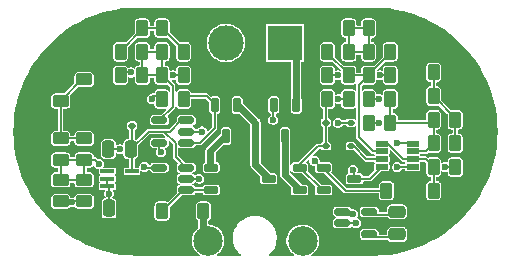
<source format=gbr>
G04 #@! TF.GenerationSoftware,KiCad,Pcbnew,9.0.3*
G04 #@! TF.CreationDate,2025-08-23T22:57:17-07:00*
G04 #@! TF.ProjectId,analog_bms,616e616c-6f67-45f6-926d-732e6b696361,rev?*
G04 #@! TF.SameCoordinates,Original*
G04 #@! TF.FileFunction,Copper,L1,Top*
G04 #@! TF.FilePolarity,Positive*
%FSLAX46Y46*%
G04 Gerber Fmt 4.6, Leading zero omitted, Abs format (unit mm)*
G04 Created by KiCad (PCBNEW 9.0.3) date 2025-08-23 22:57:17*
%MOMM*%
%LPD*%
G01*
G04 APERTURE LIST*
G04 Aperture macros list*
%AMRoundRect*
0 Rectangle with rounded corners*
0 $1 Rounding radius*
0 $2 $3 $4 $5 $6 $7 $8 $9 X,Y pos of 4 corners*
0 Add a 4 corners polygon primitive as box body*
4,1,4,$2,$3,$4,$5,$6,$7,$8,$9,$2,$3,0*
0 Add four circle primitives for the rounded corners*
1,1,$1+$1,$2,$3*
1,1,$1+$1,$4,$5*
1,1,$1+$1,$6,$7*
1,1,$1+$1,$8,$9*
0 Add four rect primitives between the rounded corners*
20,1,$1+$1,$2,$3,$4,$5,0*
20,1,$1+$1,$4,$5,$6,$7,0*
20,1,$1+$1,$6,$7,$8,$9,0*
20,1,$1+$1,$8,$9,$2,$3,0*%
G04 Aperture macros list end*
G04 #@! TA.AperFunction,SMDPad,CuDef*
%ADD10RoundRect,0.250000X0.262500X0.450000X-0.262500X0.450000X-0.262500X-0.450000X0.262500X-0.450000X0*%
G04 #@! TD*
G04 #@! TA.AperFunction,SMDPad,CuDef*
%ADD11RoundRect,0.112500X-0.187500X-0.112500X0.187500X-0.112500X0.187500X0.112500X-0.187500X0.112500X0*%
G04 #@! TD*
G04 #@! TA.AperFunction,SMDPad,CuDef*
%ADD12RoundRect,0.250000X-0.262500X-0.450000X0.262500X-0.450000X0.262500X0.450000X-0.262500X0.450000X0*%
G04 #@! TD*
G04 #@! TA.AperFunction,ComponentPad*
%ADD13C,2.500000*%
G04 #@! TD*
G04 #@! TA.AperFunction,SMDPad,CuDef*
%ADD14RoundRect,0.150000X0.512500X0.150000X-0.512500X0.150000X-0.512500X-0.150000X0.512500X-0.150000X0*%
G04 #@! TD*
G04 #@! TA.AperFunction,SMDPad,CuDef*
%ADD15RoundRect,0.162500X-0.447500X-0.162500X0.447500X-0.162500X0.447500X0.162500X-0.447500X0.162500X0*%
G04 #@! TD*
G04 #@! TA.AperFunction,SMDPad,CuDef*
%ADD16RoundRect,0.250000X-0.475000X0.250000X-0.475000X-0.250000X0.475000X-0.250000X0.475000X0.250000X0*%
G04 #@! TD*
G04 #@! TA.AperFunction,SMDPad,CuDef*
%ADD17RoundRect,0.250000X0.250000X0.475000X-0.250000X0.475000X-0.250000X-0.475000X0.250000X-0.475000X0*%
G04 #@! TD*
G04 #@! TA.AperFunction,SMDPad,CuDef*
%ADD18RoundRect,0.250000X0.450000X-0.262500X0.450000X0.262500X-0.450000X0.262500X-0.450000X-0.262500X0*%
G04 #@! TD*
G04 #@! TA.AperFunction,SMDPad,CuDef*
%ADD19RoundRect,0.162500X0.447500X0.162500X-0.447500X0.162500X-0.447500X-0.162500X0.447500X-0.162500X0*%
G04 #@! TD*
G04 #@! TA.AperFunction,SMDPad,CuDef*
%ADD20R,1.168400X0.355600*%
G04 #@! TD*
G04 #@! TA.AperFunction,SMDPad,CuDef*
%ADD21RoundRect,0.150000X-0.512500X-0.150000X0.512500X-0.150000X0.512500X0.150000X-0.512500X0.150000X0*%
G04 #@! TD*
G04 #@! TA.AperFunction,SMDPad,CuDef*
%ADD22RoundRect,0.162500X-0.162500X0.447500X-0.162500X-0.447500X0.162500X-0.447500X0.162500X0.447500X0*%
G04 #@! TD*
G04 #@! TA.AperFunction,SMDPad,CuDef*
%ADD23RoundRect,0.250000X-0.450000X0.262500X-0.450000X-0.262500X0.450000X-0.262500X0.450000X0.262500X0*%
G04 #@! TD*
G04 #@! TA.AperFunction,SMDPad,CuDef*
%ADD24RoundRect,0.067500X0.457500X0.157500X-0.457500X0.157500X-0.457500X-0.157500X0.457500X-0.157500X0*%
G04 #@! TD*
G04 #@! TA.AperFunction,ComponentPad*
%ADD25R,3.000000X3.000000*%
G04 #@! TD*
G04 #@! TA.AperFunction,ComponentPad*
%ADD26C,3.000000*%
G04 #@! TD*
G04 #@! TA.AperFunction,ViaPad*
%ADD27C,0.600000*%
G04 #@! TD*
G04 #@! TA.AperFunction,Conductor*
%ADD28C,0.200000*%
G04 #@! TD*
G04 #@! TA.AperFunction,Conductor*
%ADD29C,0.600000*%
G04 #@! TD*
G04 #@! TA.AperFunction,Conductor*
%ADD30C,0.127000*%
G04 #@! TD*
G04 APERTURE END LIST*
D10*
X132912500Y-107250000D03*
X131087500Y-107250000D03*
D11*
X126450000Y-113500000D03*
X128550000Y-113500000D03*
D10*
X146912500Y-107250000D03*
X145087500Y-107250000D03*
X132912500Y-105250000D03*
X131087500Y-105250000D03*
D11*
X144950000Y-115250000D03*
X147050000Y-115250000D03*
D12*
X131087500Y-109250000D03*
X132912500Y-109250000D03*
D10*
X146912500Y-109250000D03*
X145087500Y-109250000D03*
D13*
X143000000Y-123250000D03*
D14*
X133137500Y-114950000D03*
X133137500Y-114000000D03*
X133137500Y-113050000D03*
X130862500Y-113050000D03*
X130862500Y-114950000D03*
D12*
X127587500Y-105250000D03*
X129412500Y-105250000D03*
D10*
X150412500Y-111250000D03*
X148587500Y-111250000D03*
D12*
X131087500Y-120750000D03*
X132912500Y-120750000D03*
D15*
X135260000Y-117050000D03*
X135260000Y-118950000D03*
X137880000Y-118000000D03*
D16*
X151000000Y-120800000D03*
X151000000Y-122700000D03*
D11*
X144950000Y-113250000D03*
X147050000Y-113250000D03*
D10*
X155912500Y-119000000D03*
X154087500Y-119000000D03*
D12*
X148587500Y-107250000D03*
X150412500Y-107250000D03*
D15*
X144760000Y-117050000D03*
X144760000Y-118950000D03*
X147380000Y-118000000D03*
D13*
X135000000Y-123250000D03*
D14*
X133137500Y-118950000D03*
X133137500Y-118000000D03*
X133137500Y-117050000D03*
X130862500Y-117050000D03*
X130862500Y-118950000D03*
D17*
X128450000Y-115500000D03*
X126550000Y-115500000D03*
D12*
X154087500Y-117000000D03*
X155912500Y-117000000D03*
D18*
X124500000Y-111412500D03*
X124500000Y-109587500D03*
D19*
X142740000Y-118950000D03*
X142740000Y-117050000D03*
X140120000Y-118000000D03*
D20*
X126458600Y-117350001D03*
X126458600Y-118000000D03*
X126458600Y-118649999D03*
X128541400Y-118649999D03*
X128541400Y-117350001D03*
D10*
X155912500Y-113000000D03*
X154087500Y-113000000D03*
X132912500Y-111250000D03*
X131087500Y-111250000D03*
D21*
X146362500Y-120800000D03*
X146362500Y-121750000D03*
X146362500Y-122700000D03*
X148637500Y-122700000D03*
X148637500Y-121750000D03*
X148637500Y-120800000D03*
D22*
X142450000Y-111760000D03*
X140550000Y-111760000D03*
X141500000Y-114380000D03*
X137450000Y-111760000D03*
X135550000Y-111760000D03*
X136500000Y-114380000D03*
D23*
X122500000Y-118087500D03*
X122500000Y-119912500D03*
D10*
X150412500Y-105250000D03*
X148587500Y-105250000D03*
D23*
X122500000Y-109587500D03*
X122500000Y-111412500D03*
X124500000Y-114587500D03*
X124500000Y-116412500D03*
D12*
X145087500Y-105250000D03*
X146912500Y-105250000D03*
X150087500Y-119000000D03*
X151912500Y-119000000D03*
X134587500Y-120750000D03*
X136412500Y-120750000D03*
D17*
X128500000Y-120500000D03*
X126600000Y-120500000D03*
D12*
X127587500Y-107250000D03*
X129412500Y-107250000D03*
D10*
X150412500Y-113250000D03*
X148587500Y-113250000D03*
D24*
X152300000Y-116975000D03*
X152300000Y-116325000D03*
X152300000Y-115675000D03*
X152300000Y-115025000D03*
X149700000Y-115025000D03*
X149700000Y-115675000D03*
X149700000Y-116325000D03*
X149700000Y-116975000D03*
D23*
X124500000Y-118087500D03*
X124500000Y-119912500D03*
D12*
X145087500Y-111250000D03*
X146912500Y-111250000D03*
D10*
X155912500Y-111000000D03*
X154087500Y-111000000D03*
X155912500Y-109000000D03*
X154087500Y-109000000D03*
D12*
X148587500Y-109250000D03*
X150412500Y-109250000D03*
D25*
X141500000Y-106500000D03*
D26*
X136500000Y-106500000D03*
D23*
X122500000Y-114587500D03*
X122500000Y-116412500D03*
D10*
X129412500Y-109250000D03*
X127587500Y-109250000D03*
X155912500Y-115000000D03*
X154087500Y-115000000D03*
D27*
X151000000Y-117000000D03*
X146000000Y-113250000D03*
X140500000Y-113000000D03*
X144000000Y-116500000D03*
X147250000Y-121000000D03*
X147250000Y-117250000D03*
X131000000Y-115750000D03*
X129600000Y-117000000D03*
X125750000Y-116750000D03*
X147500000Y-121750000D03*
X149473000Y-113250000D03*
X127500000Y-115500000D03*
X155027000Y-117000000D03*
X149527000Y-109250000D03*
X130250000Y-111250000D03*
X132027000Y-109250000D03*
X128473000Y-109000000D03*
X123500000Y-120000000D03*
X134500000Y-114000000D03*
X146027000Y-111250000D03*
X149473000Y-111250000D03*
X126600000Y-119250000D03*
X134250000Y-118000000D03*
X145973000Y-109250000D03*
X151000000Y-115000000D03*
D28*
X132247000Y-114997000D02*
X132247000Y-116159500D01*
X132247000Y-116159500D02*
X133137500Y-117050000D01*
X131250000Y-114000000D02*
X132247000Y-114997000D01*
X131750000Y-114000000D02*
X131250000Y-114000000D01*
X132700000Y-113050000D02*
X131750000Y-114000000D01*
X133137500Y-113050000D02*
X132700000Y-113050000D01*
X132000000Y-111912500D02*
X130862500Y-113050000D01*
X132000000Y-110162500D02*
X132000000Y-111912500D01*
X131087500Y-109250000D02*
X132000000Y-110162500D01*
X129412500Y-105337500D02*
X127587500Y-107162500D01*
X129412500Y-105250000D02*
X129412500Y-105337500D01*
X127587500Y-107162500D02*
X127587500Y-107250000D01*
X132912500Y-107081250D02*
X132912500Y-107250000D01*
X131087500Y-105256250D02*
X132912500Y-107081250D01*
X131087500Y-105250000D02*
X131087500Y-105256250D01*
X155912500Y-111425000D02*
X155912500Y-111250000D01*
X128541400Y-118649999D02*
X130562499Y-118649999D01*
X147436272Y-122700000D02*
X148386272Y-121750000D01*
X146362500Y-122700000D02*
X147436272Y-122700000D01*
D29*
X150412500Y-105000000D02*
X150412500Y-104662500D01*
D28*
X148386272Y-121750000D02*
X148637500Y-121750000D01*
X130562499Y-118649999D02*
X130862500Y-118950000D01*
D29*
X151912500Y-119000000D02*
X151912500Y-119012500D01*
X127587500Y-105000000D02*
X127587500Y-104912500D01*
D28*
X128550000Y-117341401D02*
X128541400Y-117350001D01*
X131250000Y-114000000D02*
X129950000Y-114000000D01*
X128550000Y-113500000D02*
X128550000Y-117341401D01*
X129950000Y-114000000D02*
X128450000Y-115500000D01*
X150500000Y-122950000D02*
X148137500Y-122950000D01*
X148387500Y-121050000D02*
X150750000Y-121050000D01*
X146000000Y-113250000D02*
X147050000Y-113250000D01*
X152300000Y-116975000D02*
X151025000Y-116975000D01*
X151025000Y-116975000D02*
X151000000Y-117000000D01*
X142810000Y-117070000D02*
X142810000Y-116725001D01*
X144285001Y-115250000D02*
X144950000Y-115250000D01*
X144950000Y-115250000D02*
X144950000Y-110637500D01*
X142810000Y-116725001D02*
X144285001Y-115250000D01*
X144690000Y-118950000D02*
X142810000Y-117070000D01*
X148375000Y-116325000D02*
X147300000Y-115250000D01*
X149700000Y-116325000D02*
X148375000Y-116325000D01*
X147300000Y-115250000D02*
X147050000Y-115250000D01*
X133137500Y-118950000D02*
X135260000Y-118950000D01*
X132887500Y-118950000D02*
X133137500Y-118950000D01*
X130837500Y-121000000D02*
X132887500Y-118950000D01*
D29*
X135190000Y-115620000D02*
X136500000Y-114310000D01*
X135190000Y-117050000D02*
X135190000Y-115620000D01*
D28*
X134860000Y-111000000D02*
X135550000Y-111690000D01*
X135550000Y-113696705D02*
X135550000Y-111760000D01*
X132912500Y-111000000D02*
X134860000Y-111000000D01*
X134296705Y-114950000D02*
X135550000Y-113696705D01*
X133137500Y-114950000D02*
X134296705Y-114950000D01*
D29*
X140190000Y-118000000D02*
X139000000Y-116810000D01*
X139000000Y-116810000D02*
X139000000Y-114000000D01*
X139000000Y-114000000D02*
X139000000Y-113240000D01*
X139000000Y-113240000D02*
X137450000Y-111690000D01*
X141500000Y-114310000D02*
X141500000Y-117640000D01*
X141500000Y-117640000D02*
X142810000Y-118950000D01*
D28*
X144690000Y-117050000D02*
X146640000Y-119000000D01*
X140500000Y-111740000D02*
X140550000Y-111690000D01*
X144690000Y-117050000D02*
X144550000Y-117050000D01*
X144550000Y-117050000D02*
X144000000Y-116500000D01*
X146640000Y-119000000D02*
X150087500Y-119000000D01*
X140500000Y-113000000D02*
X140500000Y-111740000D01*
X147250000Y-121000000D02*
X147200000Y-121050000D01*
D30*
X147380000Y-118000000D02*
X147310000Y-118000000D01*
D28*
X147200000Y-121050000D02*
X146112500Y-121050000D01*
D30*
X147380000Y-117380000D02*
X147250000Y-117250000D01*
D28*
X147310000Y-118000000D02*
X148675000Y-118000000D01*
X130862500Y-115612500D02*
X131000000Y-115750000D01*
X148675000Y-118000000D02*
X149700000Y-116975000D01*
X130862500Y-114950000D02*
X130862500Y-115612500D01*
D30*
X147380000Y-118000000D02*
X147380000Y-117380000D01*
D28*
X150225000Y-115025000D02*
X149700000Y-115025000D01*
X154087500Y-118912500D02*
X154087500Y-117000000D01*
X152300000Y-116325000D02*
X151525000Y-116325000D01*
X154087500Y-117000000D02*
X153412500Y-116325000D01*
X151525000Y-116325000D02*
X150225000Y-115025000D01*
X153412500Y-116325000D02*
X152300000Y-116325000D01*
X124500000Y-109587500D02*
X124325000Y-109587500D01*
X124325000Y-109587500D02*
X122500000Y-111412500D01*
X122500000Y-114587500D02*
X124500000Y-114587500D01*
X122500000Y-114587500D02*
X122500000Y-111412500D01*
X154087500Y-108912500D02*
X154087500Y-111000000D01*
X155912500Y-112825000D02*
X155912500Y-115000000D01*
X154087500Y-111000000D02*
X155912500Y-112825000D01*
X154087500Y-112912500D02*
X154087500Y-115000000D01*
X150412500Y-113250000D02*
X153750000Y-113250000D01*
D30*
X150412500Y-113250000D02*
X150412500Y-111250000D01*
D28*
X153750000Y-113250000D02*
X154087500Y-112912500D01*
X153412500Y-115675000D02*
X154087500Y-115000000D01*
X152300000Y-115675000D02*
X153412500Y-115675000D01*
X150412500Y-111250000D02*
X150412500Y-111075000D01*
X146912500Y-105250000D02*
X148587500Y-105250000D01*
X148587500Y-107250000D02*
X146912500Y-107250000D01*
X146912500Y-107250000D02*
X146912500Y-105250000D01*
X148587500Y-105250000D02*
X148587500Y-107250000D01*
X146912500Y-109250000D02*
X148587500Y-109250000D01*
X146912500Y-109250000D02*
X146912500Y-109162500D01*
X148587500Y-109250000D02*
X148587500Y-109162500D01*
X146912500Y-109162500D02*
X145087500Y-107337500D01*
X145087500Y-107337500D02*
X145087500Y-107250000D01*
X148925000Y-115675000D02*
X149700000Y-115675000D01*
X150412500Y-107337500D02*
X150412500Y-107250000D01*
X147750000Y-114500000D02*
X148925000Y-115675000D01*
X148587500Y-109250000D02*
X147750000Y-110087500D01*
X148587500Y-109162500D02*
X150412500Y-107337500D01*
X147750000Y-110087500D02*
X147750000Y-114500000D01*
D29*
X142450000Y-111690000D02*
X142450000Y-107450000D01*
X142450000Y-107450000D02*
X141500000Y-106500000D01*
D28*
X122500000Y-118087500D02*
X122500000Y-116412500D01*
X122500000Y-116412500D02*
X124500000Y-116412500D01*
X129800000Y-117050000D02*
X130862500Y-117050000D01*
X124500000Y-116412500D02*
X124500000Y-118087500D01*
X124500000Y-116412500D02*
X125412500Y-116412500D01*
X125412500Y-116412500D02*
X125750000Y-116750000D01*
X129600000Y-117000000D02*
X129750000Y-117000000D01*
X124500000Y-118087500D02*
X122500000Y-118087500D01*
X129750000Y-117000000D02*
X129800000Y-117050000D01*
X131087500Y-107250000D02*
X131087500Y-109250000D01*
X129412500Y-109250000D02*
X129412500Y-107250000D01*
X131087500Y-109250000D02*
X129412500Y-109250000D01*
X129412500Y-107250000D02*
X131087500Y-107250000D01*
X129412500Y-105250000D02*
X131087500Y-105250000D01*
D29*
X134587500Y-123087500D02*
X135000000Y-123500000D01*
X134587500Y-120750000D02*
X134587500Y-123087500D01*
D28*
X145087500Y-109250000D02*
X145973000Y-109250000D01*
X126600000Y-119250000D02*
X126600000Y-118791399D01*
X131087500Y-111000000D02*
X130250000Y-111000000D01*
X126550000Y-115500000D02*
X127500000Y-115500000D01*
X146362500Y-121750000D02*
X147500000Y-121750000D01*
X146912500Y-111250000D02*
X146027000Y-111250000D01*
X123587500Y-119912500D02*
X123500000Y-120000000D01*
X126600000Y-119250000D02*
X126600000Y-119500000D01*
X148587500Y-111250000D02*
X149473000Y-111250000D01*
X152275000Y-115000000D02*
X152300000Y-115025000D01*
X122500000Y-119912500D02*
X123412500Y-119912500D01*
X126458600Y-118000000D02*
X126458600Y-118649999D01*
X133137500Y-114000000D02*
X134500000Y-114000000D01*
X126600000Y-120500000D02*
X126600000Y-119250000D01*
X151000000Y-115000000D02*
X152275000Y-115000000D01*
X133137500Y-118000000D02*
X134250000Y-118000000D01*
X124500000Y-119912500D02*
X123587500Y-119912500D01*
X132912500Y-109250000D02*
X132027000Y-109250000D01*
X155912500Y-117000000D02*
X155027000Y-117000000D01*
X148587500Y-113250000D02*
X149473000Y-113250000D01*
X126600000Y-118791399D02*
X126458600Y-118649999D01*
X123412500Y-119912500D02*
X123500000Y-120000000D01*
X127587500Y-109000000D02*
X128473000Y-109000000D01*
X150412500Y-109250000D02*
X149527000Y-109250000D01*
G04 #@! TA.AperFunction,Conductor*
G36*
X149000728Y-103500522D02*
G01*
X149632483Y-103519611D01*
X149635409Y-103519789D01*
X150264106Y-103576919D01*
X150267037Y-103577275D01*
X150891120Y-103672259D01*
X150894024Y-103672791D01*
X151511266Y-103805289D01*
X151514121Y-103805993D01*
X152122217Y-103975513D01*
X152125003Y-103976380D01*
X152660616Y-104161209D01*
X152721777Y-104182315D01*
X152724545Y-104183365D01*
X153307764Y-104424943D01*
X153310462Y-104426158D01*
X153878020Y-104702501D01*
X153880629Y-104703869D01*
X154391026Y-104991735D01*
X154430503Y-105014000D01*
X154433029Y-105015527D01*
X154453394Y-105028694D01*
X154963158Y-105358281D01*
X154965594Y-105359963D01*
X155474042Y-105734086D01*
X155476372Y-105735911D01*
X155961316Y-106140061D01*
X155963532Y-106142024D01*
X156423189Y-106574717D01*
X156425282Y-106576810D01*
X156857975Y-107036467D01*
X156859938Y-107038683D01*
X157264088Y-107523627D01*
X157265913Y-107525957D01*
X157640036Y-108034405D01*
X157641718Y-108036841D01*
X157984468Y-108566964D01*
X157985999Y-108569496D01*
X158296123Y-109119357D01*
X158297498Y-109121979D01*
X158573841Y-109689537D01*
X158575056Y-109692235D01*
X158816634Y-110275454D01*
X158817684Y-110278222D01*
X159023612Y-110874976D01*
X159024492Y-110877802D01*
X159194003Y-111485868D01*
X159194712Y-111488742D01*
X159327207Y-112105971D01*
X159327740Y-112108882D01*
X159422723Y-112732958D01*
X159423080Y-112735897D01*
X159480209Y-113364576D01*
X159480388Y-113367530D01*
X159499455Y-113998520D01*
X159499455Y-114001480D01*
X159480388Y-114632469D01*
X159480209Y-114635423D01*
X159423080Y-115264102D01*
X159422723Y-115267041D01*
X159327740Y-115891117D01*
X159327207Y-115894028D01*
X159194712Y-116511257D01*
X159194003Y-116514131D01*
X159024492Y-117122197D01*
X159023612Y-117125023D01*
X158817684Y-117721777D01*
X158816634Y-117724545D01*
X158575056Y-118307764D01*
X158573841Y-118310462D01*
X158297498Y-118878020D01*
X158296123Y-118880642D01*
X157985999Y-119430503D01*
X157984468Y-119433035D01*
X157641718Y-119963158D01*
X157640036Y-119965594D01*
X157265913Y-120474042D01*
X157264088Y-120476372D01*
X156859938Y-120961316D01*
X156857975Y-120963532D01*
X156425282Y-121423189D01*
X156423189Y-121425282D01*
X155963532Y-121857975D01*
X155961316Y-121859938D01*
X155476372Y-122264088D01*
X155474042Y-122265913D01*
X154965594Y-122640036D01*
X154963158Y-122641718D01*
X154433035Y-122984468D01*
X154430503Y-122985999D01*
X153880642Y-123296123D01*
X153878020Y-123297498D01*
X153310462Y-123573841D01*
X153307764Y-123575056D01*
X152724545Y-123816634D01*
X152721777Y-123817684D01*
X152125023Y-124023612D01*
X152122197Y-124024492D01*
X151514131Y-124194003D01*
X151511257Y-124194712D01*
X150894028Y-124327207D01*
X150891117Y-124327740D01*
X150267041Y-124422723D01*
X150264102Y-124423080D01*
X149635423Y-124480209D01*
X149632469Y-124480388D01*
X149000728Y-124499478D01*
X148999248Y-124499500D01*
X143774561Y-124499500D01*
X143739913Y-124485148D01*
X143725561Y-124450500D01*
X143739913Y-124415852D01*
X143745760Y-124410858D01*
X143768601Y-124394263D01*
X143897381Y-124300699D01*
X143897384Y-124300695D01*
X143897387Y-124300694D01*
X144050694Y-124147387D01*
X144050695Y-124147384D01*
X144050699Y-124147381D01*
X144178144Y-123971968D01*
X144276580Y-123778777D01*
X144343582Y-123572565D01*
X144377500Y-123358412D01*
X144377500Y-123141588D01*
X144343582Y-122927435D01*
X144276580Y-122721223D01*
X144178144Y-122528032D01*
X144164004Y-122508570D01*
X147847500Y-122508570D01*
X147847500Y-122891429D01*
X147847501Y-122891449D01*
X147850190Y-122914632D01*
X147881026Y-122984468D01*
X147892097Y-123009542D01*
X147925872Y-123043317D01*
X147936492Y-123059210D01*
X147944636Y-123078870D01*
X148008629Y-123142863D01*
X148008630Y-123142863D01*
X148008632Y-123142865D01*
X148092247Y-123177500D01*
X150198338Y-123177500D01*
X150232986Y-123191852D01*
X150302610Y-123261476D01*
X150415796Y-123316809D01*
X150489173Y-123327500D01*
X151510826Y-123327499D01*
X151510829Y-123327499D01*
X151565859Y-123319481D01*
X151584204Y-123316809D01*
X151697390Y-123261476D01*
X151786476Y-123172390D01*
X151841809Y-123059204D01*
X151852500Y-122985827D01*
X151852499Y-122414174D01*
X151852499Y-122414171D01*
X151852499Y-122414170D01*
X151841809Y-122340796D01*
X151841809Y-122340795D01*
X151809736Y-122275190D01*
X151786476Y-122227610D01*
X151697390Y-122138524D01*
X151640797Y-122110857D01*
X151584207Y-122083192D01*
X151584205Y-122083191D01*
X151510828Y-122072500D01*
X150489170Y-122072500D01*
X150415796Y-122083190D01*
X150415795Y-122083190D01*
X150302612Y-122138523D01*
X150302608Y-122138525D01*
X150213525Y-122227608D01*
X150213523Y-122227612D01*
X150158192Y-122340792D01*
X150158191Y-122340794D01*
X150147500Y-122414171D01*
X150147501Y-122673500D01*
X150133149Y-122708148D01*
X150098501Y-122722500D01*
X149476500Y-122722500D01*
X149441852Y-122708148D01*
X149427500Y-122673500D01*
X149427500Y-122508570D01*
X149427498Y-122508550D01*
X149424809Y-122485367D01*
X149393373Y-122414171D01*
X149382903Y-122390458D01*
X149382902Y-122390457D01*
X149382899Y-122390453D01*
X149309546Y-122317100D01*
X149309542Y-122317097D01*
X149214632Y-122275190D01*
X149191449Y-122272501D01*
X149191434Y-122272500D01*
X149191432Y-122272500D01*
X148083568Y-122272500D01*
X148083565Y-122272500D01*
X148083550Y-122272501D01*
X148060367Y-122275190D01*
X147965457Y-122317097D01*
X147965453Y-122317100D01*
X147892100Y-122390453D01*
X147892097Y-122390457D01*
X147850190Y-122485367D01*
X147847501Y-122508550D01*
X147847500Y-122508570D01*
X144164004Y-122508570D01*
X144050699Y-122352619D01*
X144050697Y-122352617D01*
X144050694Y-122352613D01*
X143897387Y-122199306D01*
X143897382Y-122199302D01*
X143897378Y-122199299D01*
X143721968Y-122071856D01*
X143528777Y-121973420D01*
X143528776Y-121973419D01*
X143528775Y-121973419D01*
X143322565Y-121906418D01*
X143322562Y-121906417D01*
X143158053Y-121880362D01*
X143108412Y-121872500D01*
X142891588Y-121872500D01*
X142851288Y-121878882D01*
X142677437Y-121906417D01*
X142677434Y-121906418D01*
X142471224Y-121973419D01*
X142278032Y-122071856D01*
X142102617Y-122199302D01*
X141949302Y-122352617D01*
X141821856Y-122528032D01*
X141723419Y-122721224D01*
X141656418Y-122927434D01*
X141656417Y-122927437D01*
X141622500Y-123141588D01*
X141622500Y-123358411D01*
X141656417Y-123572562D01*
X141656418Y-123572565D01*
X141723420Y-123778777D01*
X141821856Y-123971968D01*
X141949301Y-124147381D01*
X141949302Y-124147382D01*
X141949306Y-124147387D01*
X142102613Y-124300694D01*
X142102617Y-124300697D01*
X142102619Y-124300699D01*
X142231399Y-124394263D01*
X142254240Y-124410858D01*
X142273836Y-124442835D01*
X142265081Y-124479301D01*
X142233104Y-124498897D01*
X142225439Y-124499500D01*
X140179943Y-124499500D01*
X140145295Y-124485148D01*
X140130943Y-124450500D01*
X140145295Y-124415852D01*
X140150113Y-124411626D01*
X140153758Y-124408828D01*
X140172738Y-124394265D01*
X140344265Y-124222738D01*
X140491936Y-124030289D01*
X140613224Y-123820212D01*
X140706054Y-123596100D01*
X140768838Y-123361789D01*
X140800500Y-123121288D01*
X140800500Y-122878712D01*
X140768838Y-122638211D01*
X140757205Y-122594798D01*
X140706055Y-122403904D01*
X140706053Y-122403898D01*
X140679916Y-122340796D01*
X140613224Y-122179788D01*
X140611902Y-122177499D01*
X140516635Y-122012491D01*
X140491936Y-121969711D01*
X140491933Y-121969707D01*
X140491927Y-121969698D01*
X140344269Y-121777267D01*
X140344259Y-121777255D01*
X140172744Y-121605740D01*
X140172732Y-121605730D01*
X139980301Y-121458072D01*
X139980286Y-121458062D01*
X139770212Y-121336776D01*
X139770213Y-121336776D01*
X139546101Y-121243946D01*
X139546095Y-121243944D01*
X139311800Y-121181164D01*
X139311793Y-121181163D01*
X139311789Y-121181162D01*
X139071288Y-121149500D01*
X138828712Y-121149500D01*
X138588211Y-121181162D01*
X138588207Y-121181162D01*
X138588199Y-121181164D01*
X138353904Y-121243944D01*
X138353898Y-121243946D01*
X138129786Y-121336776D01*
X137919713Y-121458062D01*
X137919698Y-121458072D01*
X137727267Y-121605730D01*
X137727255Y-121605740D01*
X137555740Y-121777255D01*
X137555730Y-121777267D01*
X137408072Y-121969698D01*
X137408062Y-121969713D01*
X137286776Y-122179786D01*
X137193946Y-122403898D01*
X137193944Y-122403904D01*
X137131164Y-122638199D01*
X137131162Y-122638207D01*
X137131162Y-122638211D01*
X137099500Y-122878712D01*
X137099500Y-123121288D01*
X137131162Y-123361789D01*
X137131163Y-123361793D01*
X137131164Y-123361800D01*
X137193944Y-123596095D01*
X137193946Y-123596101D01*
X137286776Y-123820213D01*
X137408062Y-124030286D01*
X137408072Y-124030301D01*
X137555730Y-124222732D01*
X137555740Y-124222744D01*
X137727255Y-124394259D01*
X137727260Y-124394263D01*
X137727262Y-124394265D01*
X137742256Y-124405771D01*
X137749887Y-124411626D01*
X137768638Y-124444104D01*
X137758931Y-124480330D01*
X137726453Y-124499081D01*
X137720057Y-124499500D01*
X135774561Y-124499500D01*
X135739913Y-124485148D01*
X135725561Y-124450500D01*
X135739913Y-124415852D01*
X135745760Y-124410858D01*
X135768601Y-124394263D01*
X135897381Y-124300699D01*
X135897384Y-124300695D01*
X135897387Y-124300694D01*
X136050694Y-124147387D01*
X136050695Y-124147384D01*
X136050699Y-124147381D01*
X136178144Y-123971968D01*
X136276580Y-123778777D01*
X136343582Y-123572565D01*
X136377500Y-123358412D01*
X136377500Y-123141588D01*
X136343582Y-122927435D01*
X136276580Y-122721223D01*
X136178144Y-122528032D01*
X136050699Y-122352619D01*
X136050697Y-122352617D01*
X136050694Y-122352613D01*
X135897387Y-122199306D01*
X135897382Y-122199302D01*
X135897378Y-122199299D01*
X135721968Y-122071856D01*
X135528777Y-121973420D01*
X135528776Y-121973419D01*
X135528775Y-121973419D01*
X135322565Y-121906418D01*
X135322562Y-121906417D01*
X135158053Y-121880362D01*
X135108412Y-121872500D01*
X135108411Y-121872500D01*
X135064000Y-121872500D01*
X135029352Y-121858148D01*
X135015000Y-121823500D01*
X135015000Y-121570119D01*
X135029352Y-121535471D01*
X135042480Y-121526098D01*
X135044266Y-121525224D01*
X135072390Y-121511476D01*
X135161476Y-121422390D01*
X135216809Y-121309204D01*
X135227500Y-121235827D01*
X135227499Y-120608570D01*
X145572500Y-120608570D01*
X145572500Y-120991429D01*
X145572501Y-120991449D01*
X145575190Y-121014632D01*
X145617097Y-121109542D01*
X145617100Y-121109546D01*
X145690453Y-121182899D01*
X145690457Y-121182902D01*
X145690458Y-121182903D01*
X145785366Y-121224808D01*
X145786989Y-121224996D01*
X145798451Y-121226327D01*
X145831214Y-121244576D01*
X145841476Y-121280648D01*
X145823227Y-121313411D01*
X145798451Y-121323673D01*
X145785367Y-121325191D01*
X145690457Y-121367097D01*
X145690453Y-121367100D01*
X145617100Y-121440453D01*
X145617097Y-121440457D01*
X145575190Y-121535367D01*
X145572501Y-121558550D01*
X145572500Y-121558570D01*
X145572500Y-121941429D01*
X145572501Y-121941449D01*
X145575190Y-121964632D01*
X145617097Y-122059542D01*
X145617100Y-122059546D01*
X145690453Y-122132899D01*
X145690457Y-122132902D01*
X145690458Y-122132903D01*
X145737912Y-122153855D01*
X145785367Y-122174809D01*
X145808550Y-122177498D01*
X145808554Y-122177498D01*
X145808568Y-122177500D01*
X145808571Y-122177500D01*
X146916429Y-122177500D01*
X146916432Y-122177500D01*
X146917252Y-122177404D01*
X146939632Y-122174809D01*
X146949568Y-122170421D01*
X147034542Y-122132903D01*
X147107903Y-122059542D01*
X147108740Y-122057645D01*
X147110074Y-122056371D01*
X147110469Y-122055796D01*
X147110590Y-122055879D01*
X147135862Y-122031747D01*
X147173355Y-122032611D01*
X147188213Y-122042789D01*
X147237509Y-122092085D01*
X147237513Y-122092087D01*
X147237514Y-122092088D01*
X147334988Y-122148366D01*
X147334991Y-122148367D01*
X147443715Y-122177499D01*
X147443716Y-122177500D01*
X147443719Y-122177500D01*
X147556284Y-122177500D01*
X147556284Y-122177499D01*
X147665009Y-122148367D01*
X147762491Y-122092085D01*
X147842085Y-122012491D01*
X147898367Y-121915009D01*
X147927499Y-121806284D01*
X147927500Y-121806284D01*
X147927500Y-121693716D01*
X147927499Y-121693715D01*
X147898367Y-121584991D01*
X147898366Y-121584988D01*
X147842088Y-121487514D01*
X147842087Y-121487513D01*
X147842085Y-121487509D01*
X147762491Y-121407915D01*
X147762487Y-121407913D01*
X147762485Y-121407911D01*
X147665011Y-121351633D01*
X147665008Y-121351632D01*
X147618620Y-121339203D01*
X147588867Y-121316373D01*
X147583972Y-121279191D01*
X147590757Y-121265433D01*
X147590479Y-121265273D01*
X147648366Y-121165011D01*
X147648367Y-121165008D01*
X147649922Y-121159207D01*
X147677499Y-121056284D01*
X147677500Y-121056284D01*
X147677500Y-120943716D01*
X147677499Y-120943715D01*
X147648367Y-120834991D01*
X147648366Y-120834988D01*
X147592088Y-120737514D01*
X147592087Y-120737513D01*
X147592085Y-120737509D01*
X147512491Y-120657915D01*
X147510935Y-120657016D01*
X147498069Y-120649588D01*
X147427026Y-120608570D01*
X147847500Y-120608570D01*
X147847500Y-120991429D01*
X147847501Y-120991449D01*
X147850190Y-121014632D01*
X147892097Y-121109542D01*
X147892100Y-121109546D01*
X147965453Y-121182899D01*
X147965457Y-121182902D01*
X147965458Y-121182903D01*
X147998262Y-121197387D01*
X148060367Y-121224809D01*
X148083550Y-121227498D01*
X148083554Y-121227498D01*
X148083568Y-121227500D01*
X148222970Y-121227500D01*
X148254392Y-121240516D01*
X148254616Y-121240182D01*
X148256296Y-121241304D01*
X148257618Y-121241852D01*
X148258629Y-121242863D01*
X148258630Y-121242863D01*
X148258632Y-121242865D01*
X148342247Y-121277500D01*
X150198338Y-121277500D01*
X150232986Y-121291852D01*
X150302610Y-121361476D01*
X150415796Y-121416809D01*
X150489173Y-121427500D01*
X151510826Y-121427499D01*
X151510829Y-121427499D01*
X151565859Y-121419481D01*
X151584204Y-121416809D01*
X151697390Y-121361476D01*
X151786476Y-121272390D01*
X151841809Y-121159204D01*
X151852500Y-121085827D01*
X151852499Y-120514174D01*
X151852499Y-120514171D01*
X151852499Y-120514170D01*
X151841809Y-120440796D01*
X151841809Y-120440795D01*
X151816928Y-120389901D01*
X151786476Y-120327610D01*
X151697390Y-120238524D01*
X151640733Y-120210826D01*
X151584207Y-120183192D01*
X151584205Y-120183191D01*
X151510828Y-120172500D01*
X150489170Y-120172500D01*
X150415796Y-120183190D01*
X150415795Y-120183190D01*
X150302612Y-120238523D01*
X150302608Y-120238525D01*
X150213525Y-120327608D01*
X150213523Y-120327612D01*
X150158192Y-120440792D01*
X150158191Y-120440794D01*
X150151536Y-120486474D01*
X150147500Y-120514173D01*
X150147500Y-120657918D01*
X150147501Y-120773500D01*
X150133149Y-120808148D01*
X150098501Y-120822500D01*
X149476500Y-120822500D01*
X149441852Y-120808148D01*
X149427500Y-120773500D01*
X149427500Y-120608570D01*
X149427498Y-120608550D01*
X149424809Y-120585367D01*
X149393373Y-120514171D01*
X149382903Y-120490458D01*
X149382902Y-120490457D01*
X149382899Y-120490453D01*
X149309546Y-120417100D01*
X149309542Y-120417097D01*
X149214632Y-120375190D01*
X149191449Y-120372501D01*
X149191434Y-120372500D01*
X149191432Y-120372500D01*
X148083568Y-120372500D01*
X148083565Y-120372500D01*
X148083550Y-120372501D01*
X148060367Y-120375190D01*
X147965457Y-120417097D01*
X147965453Y-120417100D01*
X147892100Y-120490453D01*
X147892097Y-120490457D01*
X147850190Y-120585367D01*
X147847501Y-120608550D01*
X147847500Y-120608570D01*
X147427026Y-120608570D01*
X147415011Y-120601633D01*
X147415008Y-120601632D01*
X147306284Y-120572500D01*
X147306281Y-120572500D01*
X147193719Y-120572500D01*
X147193717Y-120572500D01*
X147189921Y-120573517D01*
X147152739Y-120568620D01*
X147132416Y-120545977D01*
X147107903Y-120490458D01*
X147107902Y-120490457D01*
X147034545Y-120417099D01*
X147034542Y-120417097D01*
X146939632Y-120375190D01*
X146916449Y-120372501D01*
X146916434Y-120372500D01*
X146916432Y-120372500D01*
X145808568Y-120372500D01*
X145808565Y-120372500D01*
X145808550Y-120372501D01*
X145785367Y-120375190D01*
X145690457Y-120417097D01*
X145690453Y-120417100D01*
X145617100Y-120490453D01*
X145617097Y-120490457D01*
X145575190Y-120585367D01*
X145572501Y-120608550D01*
X145572500Y-120608570D01*
X135227499Y-120608570D01*
X135227499Y-120264174D01*
X135227499Y-120264171D01*
X135227499Y-120264170D01*
X135216809Y-120190796D01*
X135216809Y-120190795D01*
X135198364Y-120153067D01*
X135161476Y-120077610D01*
X135072390Y-119988524D01*
X135010633Y-119958333D01*
X134959207Y-119933192D01*
X134959205Y-119933191D01*
X134885828Y-119922500D01*
X134289170Y-119922500D01*
X134215796Y-119933190D01*
X134215795Y-119933190D01*
X134102612Y-119988523D01*
X134102608Y-119988525D01*
X134013525Y-120077608D01*
X134013523Y-120077612D01*
X133958192Y-120190792D01*
X133958191Y-120190794D01*
X133947500Y-120264171D01*
X133947500Y-121235829D01*
X133958190Y-121309203D01*
X133958190Y-121309204D01*
X133995918Y-121386377D01*
X134013524Y-121422390D01*
X134102610Y-121511476D01*
X134102613Y-121511477D01*
X134102614Y-121511478D01*
X134132520Y-121526098D01*
X134157345Y-121554208D01*
X134160000Y-121570119D01*
X134160000Y-122132644D01*
X134145648Y-122167292D01*
X134139802Y-122172285D01*
X134102620Y-122199299D01*
X133949302Y-122352617D01*
X133821856Y-122528032D01*
X133723419Y-122721224D01*
X133656418Y-122927434D01*
X133656417Y-122927437D01*
X133622500Y-123141588D01*
X133622500Y-123358411D01*
X133656417Y-123572562D01*
X133656418Y-123572565D01*
X133723420Y-123778777D01*
X133821856Y-123971968D01*
X133949301Y-124147381D01*
X133949302Y-124147382D01*
X133949306Y-124147387D01*
X134102613Y-124300694D01*
X134102617Y-124300697D01*
X134102619Y-124300699D01*
X134231399Y-124394263D01*
X134254240Y-124410858D01*
X134273836Y-124442835D01*
X134265081Y-124479301D01*
X134233104Y-124498897D01*
X134225439Y-124499500D01*
X129000752Y-124499500D01*
X128999272Y-124499478D01*
X128367530Y-124480388D01*
X128364576Y-124480209D01*
X127735897Y-124423080D01*
X127732958Y-124422723D01*
X127108882Y-124327740D01*
X127105971Y-124327207D01*
X126488742Y-124194712D01*
X126485868Y-124194003D01*
X125877802Y-124024492D01*
X125874976Y-124023612D01*
X125278222Y-123817684D01*
X125275454Y-123816634D01*
X124692235Y-123575056D01*
X124689537Y-123573841D01*
X124121979Y-123297498D01*
X124119357Y-123296123D01*
X123569496Y-122985999D01*
X123566964Y-122984468D01*
X123036841Y-122641718D01*
X123034405Y-122640036D01*
X122525957Y-122265913D01*
X122523627Y-122264088D01*
X122038683Y-121859938D01*
X122036467Y-121857975D01*
X121576810Y-121425282D01*
X121574717Y-121423189D01*
X121142024Y-120963532D01*
X121140061Y-120961316D01*
X120735911Y-120476372D01*
X120734086Y-120474042D01*
X120359963Y-119965594D01*
X120358281Y-119963158D01*
X120148703Y-119639008D01*
X120148700Y-119639005D01*
X120132644Y-119614171D01*
X121672500Y-119614171D01*
X121672500Y-120210829D01*
X121683190Y-120284203D01*
X121683190Y-120284204D01*
X121720918Y-120361377D01*
X121738524Y-120397390D01*
X121827610Y-120486476D01*
X121940796Y-120541809D01*
X122014173Y-120552500D01*
X122985826Y-120552499D01*
X122985829Y-120552499D01*
X123040859Y-120544481D01*
X123059204Y-120541809D01*
X123172390Y-120486476D01*
X123261179Y-120397686D01*
X123295826Y-120383335D01*
X123320324Y-120389899D01*
X123334991Y-120398367D01*
X123443715Y-120427499D01*
X123443716Y-120427500D01*
X123443719Y-120427500D01*
X123556284Y-120427500D01*
X123556284Y-120427499D01*
X123665009Y-120398367D01*
X123679672Y-120389900D01*
X123716853Y-120385004D01*
X123738821Y-120397687D01*
X123827610Y-120486476D01*
X123940796Y-120541809D01*
X124014173Y-120552500D01*
X124985826Y-120552499D01*
X124985829Y-120552499D01*
X125040859Y-120544481D01*
X125059204Y-120541809D01*
X125172390Y-120486476D01*
X125261476Y-120397390D01*
X125316809Y-120284204D01*
X125327500Y-120210827D01*
X125327499Y-119614174D01*
X125327499Y-119614171D01*
X125327499Y-119614170D01*
X125316809Y-119540796D01*
X125316809Y-119540795D01*
X125289936Y-119485826D01*
X125261476Y-119427610D01*
X125172390Y-119338524D01*
X125106436Y-119306281D01*
X125059207Y-119283192D01*
X125059205Y-119283191D01*
X124985828Y-119272500D01*
X124014170Y-119272500D01*
X123940796Y-119283190D01*
X123940795Y-119283190D01*
X123827612Y-119338523D01*
X123827608Y-119338525D01*
X123738525Y-119427608D01*
X123738521Y-119427614D01*
X123683192Y-119540792D01*
X123683191Y-119540795D01*
X123681921Y-119549512D01*
X123662721Y-119581728D01*
X123626365Y-119590932D01*
X123620751Y-119589774D01*
X123556284Y-119572500D01*
X123556281Y-119572500D01*
X123443719Y-119572500D01*
X123443716Y-119572500D01*
X123379248Y-119589774D01*
X123342066Y-119584879D01*
X123319236Y-119555126D01*
X123318079Y-119549517D01*
X123316809Y-119540796D01*
X123316807Y-119540792D01*
X123289936Y-119485826D01*
X123261476Y-119427610D01*
X123172390Y-119338524D01*
X123106436Y-119306281D01*
X123059207Y-119283192D01*
X123059205Y-119283191D01*
X122985828Y-119272500D01*
X122014170Y-119272500D01*
X121940796Y-119283190D01*
X121940795Y-119283190D01*
X121827612Y-119338523D01*
X121827608Y-119338525D01*
X121738525Y-119427608D01*
X121738523Y-119427612D01*
X121683192Y-119540792D01*
X121683191Y-119540794D01*
X121672500Y-119614171D01*
X120132644Y-119614171D01*
X120015518Y-119433014D01*
X120014000Y-119430503D01*
X120012371Y-119427614D01*
X119703869Y-118880629D01*
X119702501Y-118878020D01*
X119426158Y-118310462D01*
X119424943Y-118307764D01*
X119183365Y-117724545D01*
X119182315Y-117721777D01*
X119147098Y-117619722D01*
X118976380Y-117125003D01*
X118975513Y-117122217D01*
X118805993Y-116514121D01*
X118805287Y-116511257D01*
X118800190Y-116487514D01*
X118740760Y-116210658D01*
X118721876Y-116122684D01*
X118720049Y-116114171D01*
X121672500Y-116114171D01*
X121672500Y-116710829D01*
X121683190Y-116784203D01*
X121683190Y-116784204D01*
X121712522Y-116844202D01*
X121738524Y-116897390D01*
X121827610Y-116986476D01*
X121940796Y-117041809D01*
X122014173Y-117052500D01*
X122223500Y-117052499D01*
X122258148Y-117066851D01*
X122272500Y-117101499D01*
X122272500Y-117398500D01*
X122258148Y-117433148D01*
X122223500Y-117447500D01*
X122014170Y-117447500D01*
X121940796Y-117458190D01*
X121940795Y-117458190D01*
X121827612Y-117513523D01*
X121827608Y-117513525D01*
X121738525Y-117602608D01*
X121738523Y-117602612D01*
X121683192Y-117715792D01*
X121683191Y-117715794D01*
X121672500Y-117789171D01*
X121672500Y-118385829D01*
X121683190Y-118459203D01*
X121683190Y-118459204D01*
X121710064Y-118514174D01*
X121738524Y-118572390D01*
X121827610Y-118661476D01*
X121940796Y-118716809D01*
X122014173Y-118727500D01*
X122985826Y-118727499D01*
X122985829Y-118727499D01*
X123040859Y-118719481D01*
X123059204Y-118716809D01*
X123172390Y-118661476D01*
X123261476Y-118572390D01*
X123316809Y-118459204D01*
X123327500Y-118385827D01*
X123327500Y-118364000D01*
X123341852Y-118329352D01*
X123376500Y-118315000D01*
X123623501Y-118315000D01*
X123658149Y-118329352D01*
X123672501Y-118364000D01*
X123672501Y-118385829D01*
X123683190Y-118459203D01*
X123683190Y-118459204D01*
X123710064Y-118514174D01*
X123738524Y-118572390D01*
X123827610Y-118661476D01*
X123940796Y-118716809D01*
X124014173Y-118727500D01*
X124985826Y-118727499D01*
X124985829Y-118727499D01*
X125040859Y-118719481D01*
X125059204Y-118716809D01*
X125172390Y-118661476D01*
X125261476Y-118572390D01*
X125316809Y-118459204D01*
X125327500Y-118385827D01*
X125327499Y-117789174D01*
X125327499Y-117789171D01*
X125327499Y-117789170D01*
X125316809Y-117715796D01*
X125316809Y-117715795D01*
X125294797Y-117670769D01*
X125261476Y-117602610D01*
X125172390Y-117513524D01*
X125104302Y-117480238D01*
X125059207Y-117458192D01*
X125059205Y-117458191D01*
X124985829Y-117447500D01*
X124985827Y-117447500D01*
X124776500Y-117447500D01*
X124741852Y-117433148D01*
X124727500Y-117398500D01*
X124727500Y-117101499D01*
X124741852Y-117066851D01*
X124776500Y-117052499D01*
X124985829Y-117052499D01*
X125040859Y-117044481D01*
X125059204Y-117041809D01*
X125172390Y-116986476D01*
X125261476Y-116897390D01*
X125261479Y-116897383D01*
X125263264Y-116894885D01*
X125295078Y-116875027D01*
X125331616Y-116883481D01*
X125350472Y-116910676D01*
X125351633Y-116915009D01*
X125351633Y-116915011D01*
X125407911Y-117012485D01*
X125407913Y-117012487D01*
X125407915Y-117012491D01*
X125487509Y-117092085D01*
X125487513Y-117092087D01*
X125487514Y-117092088D01*
X125584988Y-117148366D01*
X125584991Y-117148367D01*
X125693715Y-117177499D01*
X125693716Y-117177500D01*
X125693719Y-117177500D01*
X125697900Y-117177500D01*
X125732548Y-117191852D01*
X125746900Y-117226500D01*
X125746900Y-117540362D01*
X125754297Y-117577547D01*
X125782477Y-117619723D01*
X125803889Y-117634029D01*
X125804229Y-117634257D01*
X125804231Y-117634258D01*
X125825066Y-117665440D01*
X125817750Y-117702223D01*
X125804232Y-117715741D01*
X125782478Y-117730276D01*
X125754297Y-117772453D01*
X125746900Y-117809638D01*
X125746900Y-118190361D01*
X125754297Y-118227546D01*
X125782477Y-118269722D01*
X125803889Y-118284028D01*
X125804229Y-118284256D01*
X125804231Y-118284257D01*
X125825066Y-118315439D01*
X125817750Y-118352222D01*
X125804232Y-118365740D01*
X125782478Y-118380275D01*
X125754297Y-118422452D01*
X125746900Y-118459637D01*
X125746900Y-118840360D01*
X125754297Y-118877545D01*
X125782477Y-118919721D01*
X125803565Y-118933811D01*
X125824652Y-118947901D01*
X125861842Y-118955299D01*
X126191641Y-118955299D01*
X126226289Y-118969651D01*
X126240641Y-119004299D01*
X126234076Y-119028799D01*
X126201633Y-119084989D01*
X126201632Y-119084991D01*
X126172500Y-119193715D01*
X126172500Y-119306284D01*
X126201632Y-119415008D01*
X126201633Y-119415011D01*
X126257911Y-119512485D01*
X126257913Y-119512487D01*
X126257915Y-119512491D01*
X126257918Y-119512494D01*
X126313853Y-119568429D01*
X126328205Y-119603077D01*
X126313853Y-119637725D01*
X126286270Y-119651565D01*
X126240796Y-119658190D01*
X126240795Y-119658190D01*
X126127612Y-119713523D01*
X126127608Y-119713525D01*
X126038525Y-119802608D01*
X126038523Y-119802612D01*
X125983192Y-119915792D01*
X125983191Y-119915794D01*
X125972500Y-119989171D01*
X125972500Y-121010829D01*
X125983190Y-121084203D01*
X125983190Y-121084204D01*
X126008530Y-121136037D01*
X126038524Y-121197390D01*
X126127610Y-121286476D01*
X126240796Y-121341809D01*
X126314173Y-121352500D01*
X126885826Y-121352499D01*
X126885829Y-121352499D01*
X126957309Y-121342085D01*
X126959204Y-121341809D01*
X127072390Y-121286476D01*
X127161476Y-121197390D01*
X127216809Y-121084204D01*
X127227500Y-121010827D01*
X127227499Y-119989174D01*
X127227499Y-119989171D01*
X127227499Y-119989170D01*
X127216809Y-119915796D01*
X127216809Y-119915795D01*
X127198364Y-119878067D01*
X127161476Y-119802610D01*
X127072390Y-119713524D01*
X126988243Y-119672387D01*
X126959207Y-119658192D01*
X126959205Y-119658191D01*
X126913729Y-119651565D01*
X126881512Y-119632367D01*
X126872306Y-119596012D01*
X126886143Y-119568432D01*
X126942085Y-119512491D01*
X126998367Y-119415009D01*
X127027499Y-119306284D01*
X127027500Y-119306284D01*
X127027500Y-119193716D01*
X127027499Y-119193715D01*
X126998367Y-119084991D01*
X126998366Y-119084989D01*
X126965924Y-119028799D01*
X126961028Y-118991617D01*
X126983859Y-118961864D01*
X127008359Y-118955299D01*
X127055358Y-118955299D01*
X127092548Y-118947901D01*
X127134722Y-118919721D01*
X127162902Y-118877547D01*
X127170300Y-118840357D01*
X127170300Y-118459641D01*
X127162902Y-118422451D01*
X127148812Y-118401364D01*
X127134722Y-118380276D01*
X127112968Y-118365741D01*
X127092133Y-118334558D01*
X127099449Y-118297776D01*
X127112965Y-118284259D01*
X127134722Y-118269722D01*
X127162902Y-118227548D01*
X127170300Y-118190358D01*
X127170300Y-117809642D01*
X127162902Y-117772452D01*
X127139551Y-117737505D01*
X127134722Y-117730277D01*
X127112968Y-117715742D01*
X127092133Y-117684559D01*
X127099449Y-117647777D01*
X127112965Y-117634260D01*
X127134722Y-117619723D01*
X127162902Y-117577549D01*
X127170300Y-117540359D01*
X127170300Y-117159643D01*
X127162902Y-117122453D01*
X127142608Y-117092081D01*
X127134722Y-117080278D01*
X127093148Y-117052500D01*
X127092548Y-117052099D01*
X127092547Y-117052098D01*
X127092546Y-117052098D01*
X127055361Y-117044701D01*
X127055358Y-117044701D01*
X126158359Y-117044701D01*
X126123711Y-117030349D01*
X126109359Y-116995701D01*
X126115924Y-116971201D01*
X126141155Y-116927500D01*
X126148367Y-116915009D01*
X126177499Y-116806284D01*
X126177500Y-116806284D01*
X126177500Y-116693716D01*
X126177499Y-116693715D01*
X126148367Y-116584991D01*
X126148366Y-116584988D01*
X126092088Y-116487514D01*
X126092087Y-116487513D01*
X126092085Y-116487509D01*
X126012491Y-116407915D01*
X126012487Y-116407913D01*
X126012485Y-116407911D01*
X125915011Y-116351633D01*
X125915008Y-116351632D01*
X125806284Y-116322500D01*
X125806281Y-116322500D01*
X125693719Y-116322500D01*
X125693714Y-116322500D01*
X125682012Y-116325635D01*
X125644831Y-116320737D01*
X125634686Y-116312952D01*
X125541371Y-116219637D01*
X125541369Y-116219636D01*
X125541368Y-116219635D01*
X125487665Y-116197390D01*
X125457754Y-116185000D01*
X125457753Y-116185000D01*
X125376499Y-116185000D01*
X125341851Y-116170648D01*
X125327499Y-116136000D01*
X125327499Y-116114170D01*
X125316809Y-116040796D01*
X125316809Y-116040795D01*
X125292192Y-115990441D01*
X125261476Y-115927610D01*
X125172390Y-115838524D01*
X125095711Y-115801038D01*
X125059207Y-115783192D01*
X125059205Y-115783191D01*
X124985828Y-115772500D01*
X124014170Y-115772500D01*
X123940796Y-115783190D01*
X123940795Y-115783190D01*
X123827612Y-115838523D01*
X123827608Y-115838525D01*
X123738525Y-115927608D01*
X123738523Y-115927612D01*
X123683192Y-116040792D01*
X123683191Y-116040794D01*
X123672500Y-116114171D01*
X123672500Y-116136000D01*
X123658148Y-116170648D01*
X123623500Y-116185000D01*
X123376499Y-116185000D01*
X123341851Y-116170648D01*
X123327499Y-116136000D01*
X123327499Y-116114170D01*
X123316809Y-116040796D01*
X123316809Y-116040795D01*
X123292192Y-115990441D01*
X123261476Y-115927610D01*
X123172390Y-115838524D01*
X123095711Y-115801038D01*
X123059207Y-115783192D01*
X123059205Y-115783191D01*
X122985828Y-115772500D01*
X122014170Y-115772500D01*
X121940796Y-115783190D01*
X121940795Y-115783190D01*
X121827612Y-115838523D01*
X121827608Y-115838525D01*
X121738525Y-115927608D01*
X121738523Y-115927612D01*
X121683192Y-116040792D01*
X121683191Y-116040794D01*
X121672500Y-116114171D01*
X118720049Y-116114171D01*
X118679285Y-115924277D01*
X118672791Y-115894024D01*
X118672259Y-115891117D01*
X118666261Y-115851705D01*
X118577275Y-115267037D01*
X118576919Y-115264102D01*
X118575819Y-115251999D01*
X118519789Y-114635409D01*
X118519611Y-114632469D01*
X118519543Y-114630217D01*
X118500544Y-114001456D01*
X118500544Y-113998543D01*
X118519611Y-113367514D01*
X118519790Y-113364576D01*
X118519856Y-113363856D01*
X118576919Y-112735889D01*
X118577276Y-112732958D01*
X118579547Y-112718041D01*
X118672260Y-112108873D01*
X118672792Y-112105971D01*
X118673752Y-112101499D01*
X118805291Y-111488725D01*
X118805991Y-111485886D01*
X118909615Y-111114171D01*
X121672500Y-111114171D01*
X121672500Y-111710829D01*
X121683190Y-111784203D01*
X121683190Y-111784204D01*
X121719309Y-111858085D01*
X121738524Y-111897390D01*
X121827610Y-111986476D01*
X121940796Y-112041809D01*
X122014173Y-112052500D01*
X122223500Y-112052499D01*
X122258148Y-112066851D01*
X122272500Y-112101499D01*
X122272500Y-113898500D01*
X122258148Y-113933148D01*
X122223500Y-113947500D01*
X122014170Y-113947500D01*
X121940796Y-113958190D01*
X121940795Y-113958190D01*
X121827612Y-114013523D01*
X121827608Y-114013525D01*
X121738525Y-114102608D01*
X121738523Y-114102612D01*
X121683192Y-114215792D01*
X121683191Y-114215794D01*
X121672500Y-114289171D01*
X121672500Y-114885829D01*
X121683190Y-114959203D01*
X121683190Y-114959204D01*
X121713674Y-115021558D01*
X121738524Y-115072390D01*
X121827610Y-115161476D01*
X121940796Y-115216809D01*
X122014173Y-115227500D01*
X122985826Y-115227499D01*
X122985829Y-115227499D01*
X123051550Y-115217924D01*
X123059204Y-115216809D01*
X123172390Y-115161476D01*
X123261476Y-115072390D01*
X123316809Y-114959204D01*
X123327500Y-114885827D01*
X123327500Y-114864000D01*
X123341852Y-114829352D01*
X123376500Y-114815000D01*
X123623501Y-114815000D01*
X123658149Y-114829352D01*
X123672501Y-114864000D01*
X123672501Y-114885829D01*
X123683190Y-114959203D01*
X123683190Y-114959204D01*
X123713674Y-115021558D01*
X123738524Y-115072390D01*
X123827610Y-115161476D01*
X123940796Y-115216809D01*
X124014173Y-115227500D01*
X124985826Y-115227499D01*
X124985829Y-115227499D01*
X125051550Y-115217924D01*
X125059204Y-115216809D01*
X125172390Y-115161476D01*
X125261476Y-115072390D01*
X125302159Y-114989171D01*
X125922500Y-114989171D01*
X125922500Y-116010829D01*
X125933190Y-116084203D01*
X125933190Y-116084204D01*
X125964524Y-116148297D01*
X125988524Y-116197390D01*
X126077610Y-116286476D01*
X126190796Y-116341809D01*
X126264173Y-116352500D01*
X126835826Y-116352499D01*
X126835829Y-116352499D01*
X126897727Y-116343481D01*
X126909204Y-116341809D01*
X127022390Y-116286476D01*
X127111476Y-116197390D01*
X127166809Y-116084204D01*
X127177500Y-116010827D01*
X127177499Y-115892307D01*
X127191850Y-115857661D01*
X127226499Y-115843309D01*
X127250999Y-115849874D01*
X127334988Y-115898366D01*
X127334991Y-115898367D01*
X127443715Y-115927499D01*
X127443716Y-115927500D01*
X127443719Y-115927500D01*
X127556284Y-115927500D01*
X127556284Y-115927499D01*
X127665009Y-115898367D01*
X127749000Y-115849873D01*
X127786182Y-115844979D01*
X127815935Y-115867809D01*
X127822500Y-115892309D01*
X127822500Y-116010829D01*
X127833190Y-116084203D01*
X127833190Y-116084204D01*
X127864524Y-116148297D01*
X127888524Y-116197390D01*
X127977610Y-116286476D01*
X128090796Y-116341809D01*
X128164173Y-116352500D01*
X128273500Y-116352499D01*
X128308148Y-116366850D01*
X128322500Y-116401499D01*
X128322500Y-116995701D01*
X128308148Y-117030349D01*
X128273500Y-117044701D01*
X127944638Y-117044701D01*
X127907453Y-117052098D01*
X127865277Y-117080278D01*
X127837097Y-117122454D01*
X127829700Y-117159639D01*
X127829700Y-117540362D01*
X127837097Y-117577547D01*
X127865277Y-117619723D01*
X127886365Y-117633813D01*
X127907452Y-117647903D01*
X127944642Y-117655301D01*
X129138158Y-117655301D01*
X129175348Y-117647903D01*
X129217522Y-117619723D01*
X129245702Y-117577549D01*
X129253100Y-117540359D01*
X129253100Y-117375972D01*
X129267452Y-117341324D01*
X129302100Y-117326972D01*
X129334699Y-117340475D01*
X129334964Y-117340131D01*
X129336249Y-117341117D01*
X129336748Y-117341324D01*
X129337509Y-117342085D01*
X129337513Y-117342087D01*
X129337514Y-117342088D01*
X129434988Y-117398366D01*
X129434991Y-117398367D01*
X129543715Y-117427499D01*
X129543716Y-117427500D01*
X129543719Y-117427500D01*
X129656284Y-117427500D01*
X129656284Y-117427499D01*
X129765009Y-117398367D01*
X129862491Y-117342085D01*
X129912724Y-117291852D01*
X129947372Y-117277500D01*
X130048944Y-117277500D01*
X130083592Y-117291852D01*
X130093769Y-117306708D01*
X130097954Y-117316186D01*
X130117097Y-117359542D01*
X130117098Y-117359543D01*
X130117100Y-117359546D01*
X130190453Y-117432899D01*
X130190457Y-117432902D01*
X130190458Y-117432903D01*
X130212484Y-117442628D01*
X130285367Y-117474809D01*
X130308550Y-117477498D01*
X130308554Y-117477498D01*
X130308568Y-117477500D01*
X130308571Y-117477500D01*
X131416429Y-117477500D01*
X131416432Y-117477500D01*
X131418363Y-117477276D01*
X131439632Y-117474809D01*
X131466549Y-117462924D01*
X131534542Y-117432903D01*
X131607903Y-117359542D01*
X131649808Y-117264634D01*
X131649807Y-117264634D01*
X131649809Y-117264632D01*
X131652498Y-117241449D01*
X131652500Y-117241429D01*
X131652500Y-116858570D01*
X131652498Y-116858550D01*
X131649809Y-116835367D01*
X131626068Y-116781598D01*
X131607903Y-116740458D01*
X131607902Y-116740457D01*
X131607899Y-116740453D01*
X131534546Y-116667100D01*
X131534542Y-116667097D01*
X131439632Y-116625190D01*
X131416449Y-116622501D01*
X131416434Y-116622500D01*
X131416432Y-116622500D01*
X130308568Y-116622500D01*
X130308565Y-116622500D01*
X130308550Y-116622501D01*
X130285367Y-116625190D01*
X130190457Y-116667097D01*
X130190453Y-116667100D01*
X130117100Y-116740453D01*
X130117097Y-116740458D01*
X130093769Y-116793292D01*
X130087113Y-116799647D01*
X130083592Y-116808148D01*
X130074086Y-116812085D01*
X130066645Y-116819191D01*
X130048944Y-116822500D01*
X130019445Y-116822500D01*
X129984797Y-116808148D01*
X129977010Y-116798000D01*
X129944340Y-116741415D01*
X129942085Y-116737509D01*
X129862491Y-116657915D01*
X129862487Y-116657913D01*
X129862485Y-116657911D01*
X129765011Y-116601633D01*
X129765008Y-116601632D01*
X129656284Y-116572500D01*
X129656281Y-116572500D01*
X129543719Y-116572500D01*
X129543716Y-116572500D01*
X129434991Y-116601632D01*
X129434988Y-116601633D01*
X129337514Y-116657911D01*
X129337505Y-116657918D01*
X129257918Y-116737505D01*
X129257911Y-116737514D01*
X129201633Y-116834988D01*
X129201632Y-116834991D01*
X129172500Y-116943715D01*
X129172500Y-116995701D01*
X129158148Y-117030349D01*
X129123500Y-117044701D01*
X128826500Y-117044701D01*
X128791852Y-117030349D01*
X128777500Y-116995701D01*
X128777500Y-116387750D01*
X128791852Y-116353102D01*
X128806248Y-116344430D01*
X128805784Y-116343481D01*
X128811239Y-116340814D01*
X128922390Y-116286476D01*
X129011476Y-116197390D01*
X129066809Y-116084204D01*
X129077500Y-116010827D01*
X129077499Y-115214527D01*
X129091850Y-115179881D01*
X130029881Y-114241852D01*
X130064529Y-114227500D01*
X131135471Y-114227500D01*
X131170119Y-114241852D01*
X131367119Y-114438852D01*
X131381471Y-114473500D01*
X131367119Y-114508148D01*
X131332471Y-114522500D01*
X130308568Y-114522500D01*
X130308565Y-114522500D01*
X130308550Y-114522501D01*
X130285367Y-114525190D01*
X130190457Y-114567097D01*
X130190453Y-114567100D01*
X130117100Y-114640453D01*
X130117097Y-114640457D01*
X130075190Y-114735367D01*
X130072501Y-114758550D01*
X130072500Y-114758570D01*
X130072500Y-115141429D01*
X130072501Y-115141449D01*
X130075190Y-115164632D01*
X130117097Y-115259542D01*
X130117100Y-115259546D01*
X130190453Y-115332899D01*
X130190457Y-115332902D01*
X130190458Y-115332903D01*
X130209816Y-115341450D01*
X130285367Y-115374809D01*
X130308550Y-115377498D01*
X130308554Y-115377498D01*
X130308568Y-115377500D01*
X130586000Y-115377500D01*
X130620648Y-115391852D01*
X130635000Y-115426500D01*
X130635000Y-115514068D01*
X130628435Y-115538568D01*
X130601633Y-115584988D01*
X130601632Y-115584991D01*
X130572500Y-115693715D01*
X130572500Y-115806284D01*
X130601632Y-115915008D01*
X130601633Y-115915011D01*
X130657911Y-116012485D01*
X130657913Y-116012487D01*
X130657915Y-116012491D01*
X130737509Y-116092085D01*
X130737513Y-116092087D01*
X130737514Y-116092088D01*
X130834988Y-116148366D01*
X130834991Y-116148367D01*
X130943715Y-116177499D01*
X130943716Y-116177500D01*
X130943719Y-116177500D01*
X131056284Y-116177500D01*
X131056284Y-116177499D01*
X131165009Y-116148367D01*
X131165131Y-116148297D01*
X131193123Y-116132135D01*
X131262491Y-116092085D01*
X131342085Y-116012491D01*
X131398367Y-115915009D01*
X131427499Y-115806284D01*
X131427500Y-115806284D01*
X131427500Y-115693716D01*
X131427499Y-115693715D01*
X131398367Y-115584991D01*
X131398366Y-115584988D01*
X131342088Y-115487514D01*
X131342087Y-115487513D01*
X131342085Y-115487509D01*
X131315724Y-115461148D01*
X131301372Y-115426500D01*
X131315724Y-115391852D01*
X131350372Y-115377500D01*
X131416429Y-115377500D01*
X131416432Y-115377500D01*
X131417252Y-115377404D01*
X131439632Y-115374809D01*
X131449568Y-115370421D01*
X131534542Y-115332903D01*
X131607903Y-115259542D01*
X131649808Y-115164634D01*
X131649807Y-115164634D01*
X131649809Y-115164632D01*
X131652498Y-115141449D01*
X131652500Y-115141429D01*
X131652500Y-114842529D01*
X131666852Y-114807881D01*
X131701500Y-114793529D01*
X131736148Y-114807881D01*
X132005148Y-115076881D01*
X132019500Y-115111529D01*
X132019500Y-116114247D01*
X132019500Y-116204753D01*
X132054135Y-116288368D01*
X132054136Y-116288369D01*
X132054136Y-116288370D01*
X132414512Y-116648745D01*
X132428864Y-116683393D01*
X132414513Y-116718041D01*
X132392097Y-116740457D01*
X132350190Y-116835367D01*
X132347501Y-116858550D01*
X132347500Y-116858570D01*
X132347500Y-117241429D01*
X132347501Y-117241449D01*
X132350190Y-117264632D01*
X132392097Y-117359542D01*
X132392100Y-117359546D01*
X132465453Y-117432899D01*
X132465457Y-117432902D01*
X132465458Y-117432903D01*
X132560366Y-117474808D01*
X132561989Y-117474996D01*
X132573451Y-117476327D01*
X132606214Y-117494576D01*
X132616476Y-117530648D01*
X132598227Y-117563411D01*
X132573451Y-117573673D01*
X132560367Y-117575191D01*
X132465457Y-117617097D01*
X132465453Y-117617100D01*
X132392100Y-117690453D01*
X132392097Y-117690457D01*
X132350190Y-117785367D01*
X132347501Y-117808550D01*
X132347500Y-117808570D01*
X132347500Y-118191429D01*
X132347501Y-118191449D01*
X132350190Y-118214632D01*
X132392097Y-118309542D01*
X132392100Y-118309546D01*
X132465453Y-118382899D01*
X132465457Y-118382902D01*
X132465458Y-118382903D01*
X132560366Y-118424808D01*
X132561989Y-118424996D01*
X132573451Y-118426327D01*
X132606214Y-118444576D01*
X132616476Y-118480648D01*
X132598227Y-118513411D01*
X132573451Y-118523673D01*
X132560367Y-118525191D01*
X132465457Y-118567097D01*
X132465453Y-118567100D01*
X132392100Y-118640453D01*
X132392097Y-118640457D01*
X132350190Y-118735367D01*
X132347501Y-118758550D01*
X132347500Y-118758570D01*
X132347500Y-119141442D01*
X132347560Y-119141955D01*
X132347535Y-119142041D01*
X132347582Y-119142851D01*
X132347300Y-119142867D01*
X132337283Y-119178022D01*
X132333532Y-119182232D01*
X131566804Y-119948960D01*
X131532156Y-119963312D01*
X131510636Y-119958333D01*
X131459210Y-119933193D01*
X131459205Y-119933191D01*
X131385828Y-119922500D01*
X130789170Y-119922500D01*
X130715796Y-119933190D01*
X130715795Y-119933190D01*
X130602612Y-119988523D01*
X130602608Y-119988525D01*
X130513525Y-120077608D01*
X130513523Y-120077612D01*
X130458192Y-120190792D01*
X130458191Y-120190794D01*
X130447500Y-120264171D01*
X130447500Y-121235829D01*
X130458190Y-121309203D01*
X130458190Y-121309204D01*
X130495918Y-121386377D01*
X130513524Y-121422390D01*
X130602610Y-121511476D01*
X130715796Y-121566809D01*
X130789173Y-121577500D01*
X131385826Y-121577499D01*
X131385829Y-121577499D01*
X131440859Y-121569481D01*
X131459204Y-121566809D01*
X131572390Y-121511476D01*
X131661476Y-121422390D01*
X131716809Y-121309204D01*
X131727500Y-121235827D01*
X131727499Y-120452028D01*
X131741850Y-120417382D01*
X132767382Y-119391852D01*
X132802030Y-119377500D01*
X133691429Y-119377500D01*
X133691432Y-119377500D01*
X133692252Y-119377404D01*
X133714632Y-119374809D01*
X133757473Y-119355893D01*
X133809542Y-119332903D01*
X133882903Y-119259542D01*
X133906231Y-119206708D01*
X133933355Y-119180809D01*
X133951056Y-119177500D01*
X134492261Y-119177500D01*
X134526909Y-119191852D01*
X134537085Y-119206706D01*
X134551094Y-119238433D01*
X134569107Y-119279229D01*
X134645769Y-119355891D01*
X134645770Y-119355891D01*
X134645772Y-119355893D01*
X134744954Y-119399687D01*
X134769202Y-119402500D01*
X134769205Y-119402500D01*
X135750795Y-119402500D01*
X135750798Y-119402500D01*
X135775046Y-119399687D01*
X135874228Y-119355893D01*
X135950893Y-119279228D01*
X135994687Y-119180046D01*
X135997500Y-119155798D01*
X135997500Y-118744202D01*
X135994687Y-118719954D01*
X135950893Y-118620772D01*
X135950891Y-118620770D01*
X135950891Y-118620769D01*
X135874230Y-118544108D01*
X135775047Y-118500313D01*
X135750798Y-118497500D01*
X134769202Y-118497500D01*
X134769201Y-118497500D01*
X134744952Y-118500313D01*
X134645769Y-118544108D01*
X134569107Y-118620770D01*
X134537086Y-118693292D01*
X134509962Y-118719191D01*
X134492261Y-118722500D01*
X133951056Y-118722500D01*
X133916408Y-118708148D01*
X133906231Y-118693292D01*
X133888238Y-118652542D01*
X133882903Y-118640458D01*
X133882900Y-118640455D01*
X133882899Y-118640453D01*
X133809546Y-118567100D01*
X133809542Y-118567097D01*
X133714632Y-118525190D01*
X133701549Y-118523673D01*
X133668785Y-118505424D01*
X133658523Y-118469353D01*
X133676772Y-118436589D01*
X133701549Y-118426327D01*
X133714632Y-118424809D01*
X133757473Y-118405893D01*
X133809542Y-118382903D01*
X133882903Y-118309542D01*
X133882904Y-118309538D01*
X133884285Y-118308158D01*
X133918933Y-118293806D01*
X133953580Y-118308156D01*
X133987509Y-118342085D01*
X133987513Y-118342087D01*
X133987514Y-118342088D01*
X134084988Y-118398366D01*
X134084991Y-118398367D01*
X134193715Y-118427499D01*
X134193716Y-118427500D01*
X134193719Y-118427500D01*
X134306284Y-118427500D01*
X134306284Y-118427499D01*
X134415009Y-118398367D01*
X134512491Y-118342085D01*
X134592085Y-118262491D01*
X134637869Y-118183192D01*
X134648366Y-118165011D01*
X134648367Y-118165008D01*
X134677499Y-118056284D01*
X134677500Y-118056284D01*
X134677500Y-117943716D01*
X134677499Y-117943715D01*
X134648367Y-117834991D01*
X134648366Y-117834988D01*
X134592088Y-117737514D01*
X134592087Y-117737513D01*
X134592085Y-117737509D01*
X134512491Y-117657915D01*
X134512487Y-117657913D01*
X134512485Y-117657911D01*
X134415011Y-117601633D01*
X134415008Y-117601632D01*
X134306284Y-117572500D01*
X134306281Y-117572500D01*
X134193719Y-117572500D01*
X134193716Y-117572500D01*
X134084991Y-117601632D01*
X134084988Y-117601633D01*
X133987514Y-117657911D01*
X133987509Y-117657915D01*
X133953582Y-117691842D01*
X133918933Y-117706193D01*
X133884286Y-117691841D01*
X133809545Y-117617099D01*
X133809542Y-117617097D01*
X133714632Y-117575190D01*
X133701549Y-117573673D01*
X133668785Y-117555424D01*
X133658523Y-117519353D01*
X133676772Y-117486589D01*
X133701549Y-117476327D01*
X133714632Y-117474809D01*
X133741549Y-117462924D01*
X133809542Y-117432903D01*
X133882903Y-117359542D01*
X133924808Y-117264634D01*
X133924807Y-117264634D01*
X133924809Y-117264632D01*
X133927498Y-117241449D01*
X133927500Y-117241429D01*
X133927500Y-116858570D01*
X133927498Y-116858552D01*
X133926325Y-116848435D01*
X133926325Y-116848434D01*
X133925834Y-116844201D01*
X134522500Y-116844201D01*
X134522500Y-117255798D01*
X134525313Y-117280047D01*
X134569108Y-117379230D01*
X134645769Y-117455891D01*
X134645770Y-117455891D01*
X134645772Y-117455893D01*
X134744954Y-117499687D01*
X134769202Y-117502500D01*
X134769205Y-117502500D01*
X135750795Y-117502500D01*
X135750798Y-117502500D01*
X135775046Y-117499687D01*
X135874228Y-117455893D01*
X135950893Y-117379228D01*
X135994687Y-117280046D01*
X135997500Y-117255798D01*
X135997500Y-116844202D01*
X135994687Y-116819954D01*
X135950893Y-116720772D01*
X135950891Y-116720770D01*
X135950891Y-116720769D01*
X135874230Y-116644108D01*
X135775047Y-116600313D01*
X135750798Y-116597500D01*
X135666500Y-116597500D01*
X135631852Y-116583148D01*
X135617500Y-116548500D01*
X135617500Y-115817372D01*
X135631852Y-115782724D01*
X136282724Y-115131852D01*
X136317372Y-115117500D01*
X136705795Y-115117500D01*
X136705798Y-115117500D01*
X136730046Y-115114687D01*
X136829228Y-115070893D01*
X136905893Y-114994228D01*
X136949687Y-114895046D01*
X136952500Y-114870798D01*
X136952500Y-113889202D01*
X136949687Y-113864954D01*
X136905893Y-113765772D01*
X136905891Y-113765770D01*
X136905891Y-113765769D01*
X136829230Y-113689108D01*
X136730047Y-113645313D01*
X136705798Y-113642500D01*
X136294202Y-113642500D01*
X136294201Y-113642500D01*
X136269952Y-113645313D01*
X136170769Y-113689108D01*
X136094108Y-113765769D01*
X136050313Y-113864952D01*
X136047500Y-113889201D01*
X136047500Y-114137628D01*
X136033148Y-114172276D01*
X134847918Y-115357505D01*
X134847911Y-115357514D01*
X134791633Y-115454988D01*
X134791632Y-115454991D01*
X134762500Y-115563715D01*
X134762500Y-116560637D01*
X134748148Y-116595285D01*
X134733293Y-116605462D01*
X134645769Y-116644108D01*
X134569108Y-116720769D01*
X134525313Y-116819952D01*
X134522500Y-116844201D01*
X133925834Y-116844201D01*
X133924808Y-116835367D01*
X133917666Y-116819191D01*
X133882903Y-116740458D01*
X133882902Y-116740457D01*
X133882899Y-116740453D01*
X133809546Y-116667100D01*
X133809542Y-116667097D01*
X133714632Y-116625190D01*
X133691449Y-116622501D01*
X133691434Y-116622500D01*
X133691432Y-116622500D01*
X133691429Y-116622500D01*
X133052029Y-116622500D01*
X133017381Y-116608148D01*
X132488852Y-116079619D01*
X132474500Y-116044971D01*
X132474500Y-115412094D01*
X132488852Y-115377446D01*
X132523500Y-115363094D01*
X132543290Y-115367268D01*
X132560366Y-115374808D01*
X132560369Y-115374809D01*
X132583550Y-115377498D01*
X132583554Y-115377498D01*
X132583568Y-115377500D01*
X132583571Y-115377500D01*
X133691429Y-115377500D01*
X133691432Y-115377500D01*
X133692252Y-115377404D01*
X133714632Y-115374809D01*
X133724568Y-115370421D01*
X133809542Y-115332903D01*
X133882903Y-115259542D01*
X133906231Y-115206708D01*
X133933355Y-115180809D01*
X133951056Y-115177500D01*
X134341956Y-115177500D01*
X134341958Y-115177500D01*
X134425573Y-115142865D01*
X135742866Y-113825573D01*
X135777500Y-113741958D01*
X135777500Y-113651452D01*
X135777500Y-112527739D01*
X135791852Y-112493091D01*
X135806706Y-112482914D01*
X135879228Y-112450893D01*
X135955893Y-112374228D01*
X135999687Y-112275046D01*
X136002500Y-112250798D01*
X136002500Y-111269202D01*
X136002500Y-111269201D01*
X136997500Y-111269201D01*
X136997500Y-112250798D01*
X137000313Y-112275047D01*
X137044108Y-112374230D01*
X137120769Y-112450891D01*
X137120770Y-112450891D01*
X137120772Y-112450893D01*
X137219954Y-112494687D01*
X137244202Y-112497500D01*
X137632628Y-112497500D01*
X137667276Y-112511852D01*
X138558148Y-113402724D01*
X138572500Y-113437372D01*
X138572500Y-116866284D01*
X138601632Y-116975008D01*
X138601633Y-116975011D01*
X138657911Y-117072485D01*
X138657913Y-117072487D01*
X138657915Y-117072491D01*
X138657918Y-117072494D01*
X139368148Y-117782724D01*
X139382500Y-117817372D01*
X139382500Y-118205798D01*
X139385313Y-118230047D01*
X139419940Y-118308468D01*
X139428393Y-118327612D01*
X139429108Y-118329230D01*
X139505769Y-118405891D01*
X139505770Y-118405891D01*
X139505772Y-118405893D01*
X139604954Y-118449687D01*
X139629202Y-118452500D01*
X139629205Y-118452500D01*
X140610795Y-118452500D01*
X140610798Y-118452500D01*
X140635046Y-118449687D01*
X140734228Y-118405893D01*
X140810893Y-118329228D01*
X140854687Y-118230046D01*
X140857500Y-118205798D01*
X140857500Y-117794202D01*
X140854687Y-117769954D01*
X140810893Y-117670772D01*
X140810891Y-117670770D01*
X140810891Y-117670769D01*
X140734230Y-117594108D01*
X140635047Y-117550313D01*
X140610798Y-117547500D01*
X140362373Y-117547500D01*
X140327725Y-117533148D01*
X139441852Y-116647275D01*
X139427500Y-116612627D01*
X139427500Y-113889201D01*
X141047500Y-113889201D01*
X141047500Y-113889202D01*
X141047500Y-114870798D01*
X141050313Y-114895046D01*
X141066091Y-114930780D01*
X141068325Y-114935838D01*
X141072500Y-114955630D01*
X141072500Y-117696284D01*
X141101632Y-117805008D01*
X141101633Y-117805011D01*
X141157911Y-117902485D01*
X141157913Y-117902487D01*
X141157915Y-117902491D01*
X141157918Y-117902494D01*
X141988148Y-118732724D01*
X142002500Y-118767372D01*
X142002500Y-119155798D01*
X142005313Y-119180047D01*
X142039940Y-119258468D01*
X142047902Y-119276500D01*
X142049108Y-119279230D01*
X142125769Y-119355891D01*
X142125770Y-119355891D01*
X142125772Y-119355893D01*
X142224954Y-119399687D01*
X142249202Y-119402500D01*
X142249205Y-119402500D01*
X143230795Y-119402500D01*
X143230798Y-119402500D01*
X143255046Y-119399687D01*
X143354228Y-119355893D01*
X143430893Y-119279228D01*
X143474687Y-119180046D01*
X143477500Y-119155798D01*
X143477500Y-118744202D01*
X143474687Y-118719954D01*
X143430893Y-118620772D01*
X143430891Y-118620770D01*
X143430891Y-118620769D01*
X143354230Y-118544108D01*
X143255047Y-118500313D01*
X143230798Y-118497500D01*
X142982372Y-118497500D01*
X142947724Y-118483148D01*
X141941852Y-117477276D01*
X141927500Y-117442628D01*
X141927500Y-117336101D01*
X141941852Y-117301453D01*
X141976500Y-117287101D01*
X142011148Y-117301453D01*
X142021325Y-117316309D01*
X142049107Y-117379229D01*
X142125769Y-117455891D01*
X142125770Y-117455891D01*
X142125772Y-117455893D01*
X142224954Y-117499687D01*
X142249202Y-117502500D01*
X142900471Y-117502500D01*
X142935119Y-117516852D01*
X144036161Y-118617894D01*
X144050513Y-118652542D01*
X144046338Y-118672334D01*
X144025313Y-118719951D01*
X144022500Y-118744201D01*
X144022500Y-119155798D01*
X144025313Y-119180047D01*
X144059940Y-119258468D01*
X144067902Y-119276500D01*
X144069108Y-119279230D01*
X144145769Y-119355891D01*
X144145770Y-119355891D01*
X144145772Y-119355893D01*
X144244954Y-119399687D01*
X144269202Y-119402500D01*
X144269205Y-119402500D01*
X145250795Y-119402500D01*
X145250798Y-119402500D01*
X145275046Y-119399687D01*
X145374228Y-119355893D01*
X145450893Y-119279228D01*
X145494687Y-119180046D01*
X145497500Y-119155798D01*
X145497500Y-118744202D01*
X145494687Y-118719954D01*
X145450893Y-118620772D01*
X145450891Y-118620770D01*
X145450891Y-118620769D01*
X145374230Y-118544108D01*
X145275047Y-118500313D01*
X145250798Y-118497500D01*
X144579529Y-118497500D01*
X144544881Y-118483148D01*
X143457711Y-117395978D01*
X143443359Y-117361330D01*
X143447533Y-117341540D01*
X143474687Y-117280046D01*
X143477500Y-117255798D01*
X143477500Y-116844202D01*
X143474687Y-116819954D01*
X143430893Y-116720772D01*
X143430891Y-116720770D01*
X143430891Y-116720769D01*
X143354229Y-116644107D01*
X143354230Y-116644107D01*
X143321434Y-116629627D01*
X143295535Y-116602503D01*
X143296401Y-116565010D01*
X143306575Y-116550157D01*
X143501568Y-116355165D01*
X143536214Y-116340814D01*
X143570862Y-116355166D01*
X143585214Y-116389814D01*
X143583545Y-116402495D01*
X143572500Y-116443718D01*
X143572500Y-116556284D01*
X143601632Y-116665008D01*
X143601633Y-116665011D01*
X143657911Y-116762485D01*
X143657913Y-116762487D01*
X143657915Y-116762491D01*
X143737509Y-116842085D01*
X143737513Y-116842087D01*
X143737514Y-116842088D01*
X143834988Y-116898366D01*
X143834991Y-116898367D01*
X143943715Y-116927499D01*
X143943716Y-116927500D01*
X143943719Y-116927500D01*
X143973500Y-116927500D01*
X144008148Y-116941852D01*
X144022500Y-116976500D01*
X144022500Y-117255798D01*
X144025313Y-117280047D01*
X144069108Y-117379230D01*
X144145769Y-117455891D01*
X144145770Y-117455891D01*
X144145772Y-117455893D01*
X144244954Y-117499687D01*
X144269202Y-117502500D01*
X144800471Y-117502500D01*
X144835119Y-117516852D01*
X146447135Y-119128868D01*
X146511129Y-119192863D01*
X146511130Y-119192863D01*
X146511132Y-119192865D01*
X146594747Y-119227500D01*
X149398501Y-119227500D01*
X149433149Y-119241852D01*
X149447501Y-119276500D01*
X149447501Y-119485829D01*
X149458190Y-119559203D01*
X149458190Y-119559204D01*
X149485064Y-119614174D01*
X149513524Y-119672390D01*
X149602610Y-119761476D01*
X149715796Y-119816809D01*
X149789173Y-119827500D01*
X150385826Y-119827499D01*
X150385829Y-119827499D01*
X150440859Y-119819481D01*
X150459204Y-119816809D01*
X150572390Y-119761476D01*
X150661476Y-119672390D01*
X150716809Y-119559204D01*
X150727500Y-119485827D01*
X150727499Y-118514174D01*
X150727499Y-118514171D01*
X150727499Y-118514170D01*
X150716809Y-118440796D01*
X150716809Y-118440795D01*
X150687223Y-118380277D01*
X150661476Y-118327610D01*
X150572390Y-118238524D01*
X150505448Y-118205798D01*
X150459207Y-118183192D01*
X150459205Y-118183191D01*
X150385828Y-118172500D01*
X149789170Y-118172500D01*
X149715796Y-118183190D01*
X149715795Y-118183190D01*
X149602612Y-118238523D01*
X149602608Y-118238525D01*
X149513525Y-118327608D01*
X149513523Y-118327612D01*
X149458192Y-118440792D01*
X149458191Y-118440794D01*
X149447500Y-118514171D01*
X149447500Y-118723500D01*
X149433148Y-118758148D01*
X149398500Y-118772500D01*
X146754529Y-118772500D01*
X146719881Y-118758148D01*
X145430575Y-117468842D01*
X145416223Y-117434194D01*
X145430575Y-117399546D01*
X145430576Y-117399545D01*
X145440687Y-117389434D01*
X145450893Y-117379228D01*
X145494687Y-117280046D01*
X145497500Y-117255798D01*
X145497500Y-116844202D01*
X145494687Y-116819954D01*
X145450893Y-116720772D01*
X145450891Y-116720770D01*
X145450891Y-116720769D01*
X145374230Y-116644108D01*
X145275047Y-116600313D01*
X145250798Y-116597500D01*
X144476500Y-116597500D01*
X144441852Y-116583148D01*
X144427500Y-116548500D01*
X144427500Y-116443716D01*
X144427499Y-116443715D01*
X144398367Y-116334991D01*
X144398366Y-116334988D01*
X144342088Y-116237514D01*
X144342087Y-116237513D01*
X144342085Y-116237509D01*
X144262491Y-116157915D01*
X144262487Y-116157913D01*
X144262485Y-116157911D01*
X144165011Y-116101633D01*
X144165008Y-116101632D01*
X144056284Y-116072500D01*
X144056281Y-116072500D01*
X143943719Y-116072500D01*
X143943718Y-116072500D01*
X143902495Y-116083545D01*
X143865313Y-116078649D01*
X143842483Y-116048895D01*
X143847379Y-116011713D01*
X143855160Y-116001572D01*
X144364882Y-115491852D01*
X144399530Y-115477500D01*
X144524504Y-115477500D01*
X144559152Y-115491852D01*
X144565246Y-115499277D01*
X144589469Y-115535530D01*
X144642275Y-115570813D01*
X144668857Y-115588575D01*
X144668859Y-115588576D01*
X144738856Y-115602499D01*
X144738862Y-115602500D01*
X145161138Y-115602500D01*
X145162072Y-115602314D01*
X145231140Y-115588576D01*
X145231140Y-115588575D01*
X145231143Y-115588575D01*
X145310530Y-115535530D01*
X145363575Y-115456143D01*
X145363805Y-115454991D01*
X145377499Y-115386143D01*
X145377500Y-115386138D01*
X145377500Y-115113862D01*
X145377499Y-115113856D01*
X145363576Y-115043859D01*
X145310530Y-114964469D01*
X145251123Y-114924775D01*
X145231143Y-114911425D01*
X145231142Y-114911424D01*
X145231141Y-114911424D01*
X145216940Y-114908599D01*
X145185757Y-114887763D01*
X145177500Y-114860541D01*
X145177500Y-113639458D01*
X145191852Y-113604810D01*
X145216939Y-113591400D01*
X145231143Y-113588575D01*
X145310530Y-113535530D01*
X145363575Y-113456143D01*
X145371758Y-113415008D01*
X145377499Y-113386143D01*
X145377500Y-113386138D01*
X145377500Y-113113862D01*
X145377499Y-113113856D01*
X145363576Y-113043859D01*
X145310530Y-112964469D01*
X145251123Y-112924775D01*
X145231143Y-112911425D01*
X145231142Y-112911424D01*
X145231141Y-112911424D01*
X145216940Y-112908599D01*
X145185757Y-112887763D01*
X145177500Y-112860541D01*
X145177500Y-112126499D01*
X145191852Y-112091851D01*
X145226500Y-112077499D01*
X145385829Y-112077499D01*
X145440859Y-112069481D01*
X145459204Y-112066809D01*
X145572390Y-112011476D01*
X145661476Y-111922390D01*
X145716809Y-111809204D01*
X145727500Y-111735827D01*
X145727499Y-111655587D01*
X145741850Y-111620940D01*
X145776498Y-111606588D01*
X145800999Y-111613153D01*
X145861989Y-111648366D01*
X145861991Y-111648367D01*
X145970715Y-111677499D01*
X145970716Y-111677500D01*
X145970719Y-111677500D01*
X146083284Y-111677500D01*
X146083284Y-111677499D01*
X146192009Y-111648367D01*
X146198998Y-111644331D01*
X146236178Y-111639434D01*
X146265933Y-111662261D01*
X146272500Y-111686764D01*
X146272500Y-111735829D01*
X146283190Y-111809203D01*
X146283190Y-111809204D01*
X146320521Y-111885564D01*
X146338524Y-111922390D01*
X146427610Y-112011476D01*
X146540796Y-112066809D01*
X146614173Y-112077500D01*
X147210826Y-112077499D01*
X147210829Y-112077499D01*
X147265859Y-112069481D01*
X147284204Y-112066809D01*
X147397390Y-112011476D01*
X147438852Y-111970014D01*
X147473500Y-111955662D01*
X147508148Y-111970014D01*
X147522500Y-112004662D01*
X147522500Y-112970513D01*
X147508148Y-113005161D01*
X147473500Y-113019513D01*
X147438852Y-113005161D01*
X147432758Y-112997736D01*
X147410530Y-112964469D01*
X147331140Y-112911423D01*
X147261143Y-112897500D01*
X147261138Y-112897500D01*
X146838862Y-112897500D01*
X146838856Y-112897500D01*
X146768859Y-112911423D01*
X146689469Y-112964469D01*
X146665246Y-113000723D01*
X146634063Y-113021558D01*
X146624504Y-113022500D01*
X146390577Y-113022500D01*
X146355929Y-113008148D01*
X146348144Y-112998003D01*
X146342085Y-112987509D01*
X146262491Y-112907915D01*
X146262487Y-112907913D01*
X146262485Y-112907911D01*
X146165011Y-112851633D01*
X146165008Y-112851632D01*
X146056284Y-112822500D01*
X146056281Y-112822500D01*
X145943719Y-112822500D01*
X145943716Y-112822500D01*
X145834991Y-112851632D01*
X145834988Y-112851633D01*
X145737514Y-112907911D01*
X145737505Y-112907918D01*
X145657918Y-112987505D01*
X145657911Y-112987514D01*
X145601633Y-113084988D01*
X145601632Y-113084991D01*
X145572500Y-113193715D01*
X145572500Y-113306284D01*
X145601632Y-113415008D01*
X145601633Y-113415011D01*
X145657911Y-113512485D01*
X145657913Y-113512487D01*
X145657915Y-113512491D01*
X145737509Y-113592085D01*
X145737513Y-113592087D01*
X145737514Y-113592088D01*
X145834988Y-113648366D01*
X145834991Y-113648367D01*
X145943715Y-113677499D01*
X145943716Y-113677500D01*
X145943719Y-113677500D01*
X146056284Y-113677500D01*
X146056284Y-113677499D01*
X146165009Y-113648367D01*
X146172000Y-113644331D01*
X146219164Y-113617100D01*
X146262491Y-113592085D01*
X146342085Y-113512491D01*
X146348142Y-113501998D01*
X146377896Y-113479169D01*
X146390577Y-113477500D01*
X146624504Y-113477500D01*
X146659152Y-113491852D01*
X146665246Y-113499277D01*
X146689469Y-113535530D01*
X146718721Y-113555075D01*
X146768857Y-113588575D01*
X146768859Y-113588576D01*
X146838856Y-113602499D01*
X146838862Y-113602500D01*
X147261138Y-113602500D01*
X147277502Y-113599245D01*
X147331140Y-113588576D01*
X147331140Y-113588575D01*
X147331143Y-113588575D01*
X147410530Y-113535530D01*
X147414569Y-113529486D01*
X147432758Y-113502264D01*
X147463940Y-113481428D01*
X147500722Y-113488744D01*
X147521558Y-113519926D01*
X147522500Y-113529486D01*
X147522500Y-114454747D01*
X147522500Y-114545253D01*
X147557135Y-114628868D01*
X147557136Y-114628869D01*
X147557137Y-114628871D01*
X148796129Y-115867864D01*
X148796131Y-115867865D01*
X148796132Y-115867866D01*
X148879747Y-115902500D01*
X148970253Y-115902500D01*
X149028557Y-115902500D01*
X149033194Y-115904421D01*
X149038117Y-115903442D01*
X149050001Y-115911382D01*
X149063205Y-115916852D01*
X149069299Y-115924277D01*
X149101705Y-115972777D01*
X149109021Y-116009560D01*
X149101705Y-116027223D01*
X149069299Y-116075723D01*
X149038117Y-116096558D01*
X149028557Y-116097500D01*
X148489530Y-116097500D01*
X148454882Y-116083148D01*
X147486000Y-115114267D01*
X147472589Y-115089178D01*
X147463575Y-115043857D01*
X147427034Y-114989170D01*
X147410530Y-114964469D01*
X147331140Y-114911423D01*
X147261143Y-114897500D01*
X147261138Y-114897500D01*
X146838862Y-114897500D01*
X146838856Y-114897500D01*
X146768859Y-114911423D01*
X146689469Y-114964469D01*
X146636423Y-115043859D01*
X146622500Y-115113856D01*
X146622500Y-115386143D01*
X146636423Y-115456140D01*
X146689469Y-115535530D01*
X146742275Y-115570813D01*
X146768857Y-115588575D01*
X146768859Y-115588576D01*
X146838856Y-115602499D01*
X146838862Y-115602500D01*
X147261138Y-115602500D01*
X147293525Y-115596057D01*
X147330308Y-115603372D01*
X147337734Y-115609467D01*
X148246129Y-116517864D01*
X148246131Y-116517865D01*
X148246132Y-116517866D01*
X148302872Y-116541368D01*
X148329747Y-116552500D01*
X148329748Y-116552500D01*
X148420253Y-116552500D01*
X149028557Y-116552500D01*
X149033194Y-116554421D01*
X149038117Y-116553442D01*
X149050001Y-116561382D01*
X149063205Y-116566852D01*
X149069299Y-116574277D01*
X149101705Y-116622777D01*
X149109021Y-116659560D01*
X149101705Y-116677222D01*
X149058814Y-116741413D01*
X149054623Y-116762485D01*
X149047500Y-116798295D01*
X149047500Y-116798296D01*
X149047500Y-116798298D01*
X149047500Y-117151702D01*
X149055486Y-117191852D01*
X149058814Y-117208585D01*
X149070866Y-117226622D01*
X149078183Y-117263403D01*
X149064772Y-117288492D01*
X148595119Y-117758148D01*
X148560471Y-117772500D01*
X148147739Y-117772500D01*
X148113091Y-117758148D01*
X148102914Y-117743292D01*
X148102196Y-117741667D01*
X148070893Y-117670772D01*
X148070892Y-117670771D01*
X148070892Y-117670770D01*
X147994230Y-117594108D01*
X147895047Y-117550313D01*
X147870798Y-117547500D01*
X147656743Y-117547500D01*
X147622095Y-117533148D01*
X147607743Y-117498500D01*
X147614308Y-117474000D01*
X147623435Y-117458192D01*
X147648367Y-117415009D01*
X147677499Y-117306284D01*
X147677500Y-117306284D01*
X147677500Y-117193716D01*
X147677499Y-117193715D01*
X147648367Y-117084991D01*
X147648366Y-117084988D01*
X147592088Y-116987514D01*
X147592087Y-116987513D01*
X147592085Y-116987509D01*
X147512491Y-116907915D01*
X147512487Y-116907913D01*
X147512485Y-116907911D01*
X147415011Y-116851633D01*
X147415008Y-116851632D01*
X147306284Y-116822500D01*
X147306281Y-116822500D01*
X147193719Y-116822500D01*
X147193716Y-116822500D01*
X147084991Y-116851632D01*
X147084988Y-116851633D01*
X146987514Y-116907911D01*
X146987505Y-116907918D01*
X146907918Y-116987505D01*
X146907911Y-116987514D01*
X146851633Y-117084988D01*
X146851632Y-117084991D01*
X146822500Y-117193715D01*
X146822500Y-117306284D01*
X146851632Y-117415008D01*
X146851633Y-117415011D01*
X146889293Y-117480238D01*
X146894188Y-117517420D01*
X146871358Y-117547173D01*
X146866651Y-117549563D01*
X146765769Y-117594108D01*
X146689108Y-117670769D01*
X146645313Y-117769952D01*
X146642500Y-117794201D01*
X146642500Y-118205798D01*
X146645313Y-118230047D01*
X146679940Y-118308468D01*
X146688393Y-118327612D01*
X146689108Y-118329230D01*
X146765769Y-118405891D01*
X146765770Y-118405891D01*
X146765772Y-118405893D01*
X146864954Y-118449687D01*
X146889202Y-118452500D01*
X146889205Y-118452500D01*
X147870795Y-118452500D01*
X147870798Y-118452500D01*
X147895046Y-118449687D01*
X147994228Y-118405893D01*
X148070893Y-118329228D01*
X148102914Y-118256707D01*
X148130038Y-118230809D01*
X148147739Y-118227500D01*
X148720251Y-118227500D01*
X148720253Y-118227500D01*
X148803868Y-118192865D01*
X149654882Y-117341851D01*
X149689530Y-117327499D01*
X150176702Y-117327499D01*
X150176704Y-117327499D01*
X150233585Y-117316186D01*
X150298087Y-117273087D01*
X150341186Y-117208585D01*
X150352500Y-117151705D01*
X150352499Y-116798296D01*
X150341186Y-116741415D01*
X150298293Y-116677222D01*
X150290978Y-116640441D01*
X150298294Y-116622777D01*
X150341186Y-116558585D01*
X150352500Y-116501705D01*
X150352499Y-116148296D01*
X150341186Y-116091415D01*
X150298293Y-116027222D01*
X150290978Y-115990441D01*
X150298294Y-115972777D01*
X150298295Y-115972776D01*
X150341186Y-115908585D01*
X150352500Y-115851705D01*
X150352499Y-115592528D01*
X150366851Y-115557881D01*
X150401499Y-115543529D01*
X150436147Y-115557881D01*
X151396129Y-116517864D01*
X151396131Y-116517865D01*
X151396132Y-116517866D01*
X151452872Y-116541368D01*
X151479747Y-116552500D01*
X151479748Y-116552500D01*
X151570253Y-116552500D01*
X151628557Y-116552500D01*
X151633194Y-116554421D01*
X151638117Y-116553442D01*
X151650001Y-116561382D01*
X151663205Y-116566852D01*
X151669299Y-116574277D01*
X151701705Y-116622777D01*
X151709021Y-116659560D01*
X151701705Y-116677223D01*
X151669299Y-116725723D01*
X151638117Y-116746558D01*
X151628557Y-116747500D01*
X151372372Y-116747500D01*
X151337724Y-116733148D01*
X151262494Y-116657918D01*
X151262491Y-116657915D01*
X151262487Y-116657913D01*
X151262485Y-116657911D01*
X151165011Y-116601633D01*
X151165008Y-116601632D01*
X151056284Y-116572500D01*
X151056281Y-116572500D01*
X150943719Y-116572500D01*
X150943716Y-116572500D01*
X150834991Y-116601632D01*
X150834988Y-116601633D01*
X150737514Y-116657911D01*
X150737505Y-116657918D01*
X150657918Y-116737505D01*
X150657911Y-116737514D01*
X150601633Y-116834988D01*
X150601632Y-116834991D01*
X150572500Y-116943715D01*
X150572500Y-117056284D01*
X150601632Y-117165008D01*
X150601633Y-117165011D01*
X150657911Y-117262485D01*
X150657913Y-117262487D01*
X150657915Y-117262491D01*
X150737509Y-117342085D01*
X150737513Y-117342087D01*
X150737514Y-117342088D01*
X150834988Y-117398366D01*
X150834991Y-117398367D01*
X150943715Y-117427499D01*
X150943716Y-117427500D01*
X150943719Y-117427500D01*
X151056284Y-117427500D01*
X151056284Y-117427499D01*
X151165009Y-117398367D01*
X151262491Y-117342085D01*
X151342085Y-117262491D01*
X151362576Y-117226998D01*
X151392329Y-117204169D01*
X151405011Y-117202500D01*
X151628557Y-117202500D01*
X151663205Y-117216852D01*
X151669299Y-117224277D01*
X151701912Y-117273087D01*
X151744366Y-117301453D01*
X151766415Y-117316186D01*
X151823295Y-117327500D01*
X152776704Y-117327499D01*
X152833585Y-117316186D01*
X152898087Y-117273087D01*
X152941186Y-117208585D01*
X152952500Y-117151705D01*
X152952499Y-116798296D01*
X152941186Y-116741415D01*
X152898293Y-116677222D01*
X152896392Y-116667664D01*
X152890977Y-116659559D01*
X152892878Y-116649998D01*
X152890978Y-116640441D01*
X152898294Y-116622777D01*
X152898479Y-116622501D01*
X152923544Y-116584988D01*
X152930701Y-116574277D01*
X152961884Y-116553441D01*
X152971443Y-116552500D01*
X153297971Y-116552500D01*
X153332619Y-116566852D01*
X153433148Y-116667381D01*
X153447500Y-116702029D01*
X153447500Y-117485829D01*
X153458190Y-117559203D01*
X153458190Y-117559204D01*
X153486493Y-117617097D01*
X153513524Y-117672390D01*
X153602610Y-117761476D01*
X153715796Y-117816809D01*
X153789173Y-117827500D01*
X153810999Y-117827499D01*
X153845647Y-117841849D01*
X153860000Y-117876497D01*
X153860000Y-118123500D01*
X153845648Y-118158148D01*
X153811002Y-118172500D01*
X153789171Y-118172500D01*
X153715796Y-118183190D01*
X153715795Y-118183190D01*
X153602612Y-118238523D01*
X153602608Y-118238525D01*
X153513525Y-118327608D01*
X153513523Y-118327612D01*
X153458192Y-118440792D01*
X153458191Y-118440794D01*
X153447500Y-118514171D01*
X153447500Y-119485829D01*
X153458190Y-119559203D01*
X153458190Y-119559204D01*
X153485064Y-119614174D01*
X153513524Y-119672390D01*
X153602610Y-119761476D01*
X153715796Y-119816809D01*
X153789173Y-119827500D01*
X154385826Y-119827499D01*
X154385829Y-119827499D01*
X154440859Y-119819481D01*
X154459204Y-119816809D01*
X154572390Y-119761476D01*
X154661476Y-119672390D01*
X154716809Y-119559204D01*
X154727500Y-119485827D01*
X154727499Y-118514174D01*
X154727499Y-118514171D01*
X154727499Y-118514170D01*
X154716809Y-118440796D01*
X154716809Y-118440795D01*
X154687223Y-118380277D01*
X154661476Y-118327610D01*
X154572390Y-118238524D01*
X154505448Y-118205798D01*
X154459207Y-118183192D01*
X154459205Y-118183191D01*
X154385829Y-118172500D01*
X154385827Y-118172500D01*
X154364000Y-118172500D01*
X154329352Y-118158148D01*
X154315000Y-118123500D01*
X154315000Y-117876499D01*
X154329352Y-117841851D01*
X154364000Y-117827499D01*
X154385829Y-117827499D01*
X154455339Y-117817372D01*
X154459204Y-117816809D01*
X154572390Y-117761476D01*
X154661476Y-117672390D01*
X154716809Y-117559204D01*
X154727500Y-117485827D01*
X154727499Y-117405587D01*
X154741850Y-117370940D01*
X154776498Y-117356588D01*
X154800999Y-117363153D01*
X154861989Y-117398366D01*
X154861991Y-117398367D01*
X154970715Y-117427499D01*
X154970716Y-117427500D01*
X154970719Y-117427500D01*
X155083284Y-117427500D01*
X155083284Y-117427499D01*
X155192009Y-117398367D01*
X155198998Y-117394331D01*
X155236178Y-117389434D01*
X155265933Y-117412261D01*
X155272500Y-117436764D01*
X155272500Y-117485829D01*
X155283190Y-117559203D01*
X155283190Y-117559204D01*
X155311493Y-117617097D01*
X155338524Y-117672390D01*
X155427610Y-117761476D01*
X155540796Y-117816809D01*
X155614173Y-117827500D01*
X156210826Y-117827499D01*
X156210829Y-117827499D01*
X156280339Y-117817372D01*
X156284204Y-117816809D01*
X156397390Y-117761476D01*
X156486476Y-117672390D01*
X156541809Y-117559204D01*
X156552500Y-117485827D01*
X156552499Y-116514174D01*
X156552499Y-116514171D01*
X156552499Y-116514170D01*
X156541809Y-116440796D01*
X156541809Y-116440795D01*
X156522598Y-116401499D01*
X156486476Y-116327610D01*
X156397390Y-116238524D01*
X156328310Y-116204753D01*
X156284207Y-116183192D01*
X156284205Y-116183191D01*
X156210828Y-116172500D01*
X155614170Y-116172500D01*
X155540796Y-116183190D01*
X155540795Y-116183190D01*
X155427612Y-116238523D01*
X155427608Y-116238525D01*
X155338525Y-116327608D01*
X155338523Y-116327612D01*
X155283192Y-116440792D01*
X155283191Y-116440794D01*
X155272500Y-116514171D01*
X155272500Y-116563233D01*
X155258148Y-116597881D01*
X155223500Y-116612233D01*
X155199003Y-116605670D01*
X155192011Y-116601633D01*
X155192008Y-116601632D01*
X155083284Y-116572500D01*
X155083281Y-116572500D01*
X154970719Y-116572500D01*
X154970716Y-116572500D01*
X154861991Y-116601632D01*
X154861989Y-116601633D01*
X154800999Y-116636847D01*
X154763817Y-116641742D01*
X154734064Y-116618912D01*
X154727499Y-116594412D01*
X154727499Y-116514170D01*
X154716809Y-116440796D01*
X154716809Y-116440795D01*
X154697598Y-116401499D01*
X154661476Y-116327610D01*
X154572390Y-116238524D01*
X154503310Y-116204753D01*
X154459207Y-116183192D01*
X154459205Y-116183191D01*
X154385828Y-116172500D01*
X153789170Y-116172500D01*
X153715796Y-116183190D01*
X153715792Y-116183191D01*
X153664362Y-116208334D01*
X153626931Y-116210658D01*
X153608194Y-116198961D01*
X153541370Y-116132136D01*
X153457754Y-116097500D01*
X153457753Y-116097500D01*
X152971443Y-116097500D01*
X152966807Y-116095579D01*
X152961884Y-116096559D01*
X152949998Y-116088617D01*
X152936795Y-116083148D01*
X152930701Y-116075723D01*
X152898294Y-116027223D01*
X152890977Y-115990441D01*
X152898294Y-115972777D01*
X152930701Y-115924277D01*
X152961884Y-115903441D01*
X152971443Y-115902500D01*
X153457751Y-115902500D01*
X153457753Y-115902500D01*
X153541368Y-115867865D01*
X153608195Y-115801037D01*
X153642841Y-115786685D01*
X153664361Y-115791663D01*
X153715796Y-115816809D01*
X153789173Y-115827500D01*
X154385826Y-115827499D01*
X154385829Y-115827499D01*
X154455339Y-115817372D01*
X154459204Y-115816809D01*
X154572390Y-115761476D01*
X154661476Y-115672390D01*
X154716809Y-115559204D01*
X154727500Y-115485827D01*
X154727499Y-114514174D01*
X154727499Y-114514171D01*
X154727499Y-114514170D01*
X154716809Y-114440796D01*
X154716809Y-114440795D01*
X154677310Y-114360000D01*
X154661476Y-114327610D01*
X154572390Y-114238524D01*
X154515797Y-114210857D01*
X154459207Y-114183192D01*
X154459205Y-114183191D01*
X154385829Y-114172500D01*
X154385827Y-114172500D01*
X154364000Y-114172500D01*
X154329352Y-114158148D01*
X154315000Y-114123500D01*
X154315000Y-113876499D01*
X154329352Y-113841851D01*
X154364000Y-113827499D01*
X154385829Y-113827499D01*
X154440859Y-113819481D01*
X154459204Y-113816809D01*
X154572390Y-113761476D01*
X154661476Y-113672390D01*
X154716809Y-113559204D01*
X154727500Y-113485827D01*
X154727499Y-112514174D01*
X154727499Y-112514171D01*
X154727499Y-112514170D01*
X154716809Y-112440796D01*
X154716809Y-112440795D01*
X154663869Y-112332506D01*
X154661476Y-112327610D01*
X154572390Y-112238524D01*
X154515797Y-112210857D01*
X154459207Y-112183192D01*
X154459205Y-112183191D01*
X154385828Y-112172500D01*
X153789170Y-112172500D01*
X153715796Y-112183190D01*
X153715795Y-112183190D01*
X153602612Y-112238523D01*
X153602608Y-112238525D01*
X153513525Y-112327608D01*
X153513523Y-112327612D01*
X153458192Y-112440792D01*
X153458191Y-112440794D01*
X153450184Y-112495753D01*
X153447500Y-112514173D01*
X153447500Y-112764174D01*
X153447501Y-112973500D01*
X153433149Y-113008148D01*
X153398501Y-113022500D01*
X151101499Y-113022500D01*
X151066851Y-113008148D01*
X151052499Y-112973500D01*
X151052499Y-112764170D01*
X151041809Y-112690796D01*
X151041809Y-112690795D01*
X151015858Y-112637712D01*
X150986476Y-112577610D01*
X150897390Y-112488524D01*
X150840753Y-112460836D01*
X150784207Y-112433192D01*
X150784205Y-112433191D01*
X150710829Y-112422500D01*
X150710827Y-112422500D01*
X150652500Y-112422500D01*
X150617852Y-112408148D01*
X150603500Y-112373500D01*
X150603500Y-112126499D01*
X150617852Y-112091851D01*
X150652500Y-112077499D01*
X150710829Y-112077499D01*
X150765859Y-112069481D01*
X150784204Y-112066809D01*
X150897390Y-112011476D01*
X150986476Y-111922390D01*
X151041809Y-111809204D01*
X151052500Y-111735827D01*
X151052499Y-110764174D01*
X151052499Y-110764171D01*
X151052499Y-110764170D01*
X151041809Y-110690796D01*
X151041809Y-110690795D01*
X151010896Y-110627562D01*
X150986476Y-110577610D01*
X150897390Y-110488524D01*
X150840797Y-110460857D01*
X150784207Y-110433192D01*
X150784205Y-110433191D01*
X150710828Y-110422500D01*
X150114170Y-110422500D01*
X150040796Y-110433190D01*
X150040795Y-110433190D01*
X149927612Y-110488523D01*
X149927608Y-110488525D01*
X149838525Y-110577608D01*
X149838523Y-110577612D01*
X149783192Y-110690792D01*
X149783191Y-110690794D01*
X149772500Y-110764171D01*
X149772500Y-110844411D01*
X149758148Y-110879059D01*
X149723500Y-110893411D01*
X149699000Y-110886846D01*
X149638011Y-110851633D01*
X149638008Y-110851632D01*
X149529284Y-110822500D01*
X149529281Y-110822500D01*
X149416719Y-110822500D01*
X149416716Y-110822500D01*
X149307991Y-110851632D01*
X149307990Y-110851633D01*
X149300998Y-110855670D01*
X149263815Y-110860564D01*
X149234063Y-110837733D01*
X149227499Y-110813234D01*
X149227499Y-110764170D01*
X149216809Y-110690796D01*
X149216809Y-110690795D01*
X149185896Y-110627562D01*
X149161476Y-110577610D01*
X149072390Y-110488524D01*
X149015797Y-110460857D01*
X148959207Y-110433192D01*
X148959205Y-110433191D01*
X148885828Y-110422500D01*
X148289170Y-110422500D01*
X148215796Y-110433190D01*
X148215795Y-110433190D01*
X148102612Y-110488523D01*
X148102608Y-110488525D01*
X148061148Y-110529986D01*
X148026500Y-110544338D01*
X147991852Y-110529986D01*
X147977500Y-110495338D01*
X147977500Y-110202029D01*
X147991852Y-110167381D01*
X148041988Y-110117245D01*
X148108195Y-110051037D01*
X148142842Y-110036686D01*
X148164362Y-110041664D01*
X148215796Y-110066809D01*
X148289173Y-110077500D01*
X148885826Y-110077499D01*
X148885829Y-110077499D01*
X148940859Y-110069481D01*
X148959204Y-110066809D01*
X149072390Y-110011476D01*
X149161476Y-109922390D01*
X149216809Y-109809204D01*
X149227500Y-109735827D01*
X149227499Y-109655587D01*
X149241850Y-109620940D01*
X149276498Y-109606588D01*
X149300999Y-109613153D01*
X149361989Y-109648366D01*
X149361991Y-109648367D01*
X149470715Y-109677499D01*
X149470716Y-109677500D01*
X149470719Y-109677500D01*
X149583284Y-109677500D01*
X149583284Y-109677499D01*
X149692009Y-109648367D01*
X149698998Y-109644331D01*
X149736178Y-109639434D01*
X149765933Y-109662261D01*
X149772500Y-109686764D01*
X149772500Y-109735829D01*
X149783190Y-109809203D01*
X149783190Y-109809204D01*
X149811803Y-109867731D01*
X149838524Y-109922390D01*
X149927610Y-110011476D01*
X150040796Y-110066809D01*
X150114173Y-110077500D01*
X150710826Y-110077499D01*
X150710829Y-110077499D01*
X150765859Y-110069481D01*
X150784204Y-110066809D01*
X150897390Y-110011476D01*
X150986476Y-109922390D01*
X151041809Y-109809204D01*
X151052500Y-109735827D01*
X151052499Y-108764174D01*
X151052499Y-108764171D01*
X151052499Y-108764170D01*
X151041809Y-108690796D01*
X151041809Y-108690795D01*
X151017446Y-108640961D01*
X150986476Y-108577610D01*
X150923037Y-108514171D01*
X153447500Y-108514171D01*
X153447500Y-109485829D01*
X153458190Y-109559203D01*
X153458190Y-109559204D01*
X153482171Y-109608257D01*
X153513524Y-109672390D01*
X153602610Y-109761476D01*
X153715796Y-109816809D01*
X153789173Y-109827500D01*
X153810999Y-109827499D01*
X153845647Y-109841849D01*
X153860000Y-109876497D01*
X153860000Y-110123500D01*
X153845648Y-110158148D01*
X153811002Y-110172500D01*
X153789171Y-110172500D01*
X153715796Y-110183190D01*
X153715795Y-110183190D01*
X153602612Y-110238523D01*
X153602608Y-110238525D01*
X153513525Y-110327608D01*
X153513523Y-110327612D01*
X153458192Y-110440792D01*
X153458191Y-110440794D01*
X153447500Y-110514171D01*
X153447500Y-111485829D01*
X153458190Y-111559203D01*
X153458190Y-111559204D01*
X153482171Y-111608257D01*
X153513524Y-111672390D01*
X153602610Y-111761476D01*
X153715796Y-111816809D01*
X153789173Y-111827500D01*
X154385826Y-111827499D01*
X154385829Y-111827499D01*
X154429852Y-111821085D01*
X154459204Y-111816809D01*
X154510636Y-111791664D01*
X154548065Y-111789341D01*
X154566804Y-111801038D01*
X155258148Y-112492381D01*
X155272500Y-112527029D01*
X155272500Y-113485829D01*
X155283190Y-113559203D01*
X155283190Y-113559204D01*
X155309565Y-113613153D01*
X155338524Y-113672390D01*
X155427610Y-113761476D01*
X155540796Y-113816809D01*
X155614173Y-113827500D01*
X155635999Y-113827499D01*
X155670647Y-113841849D01*
X155685000Y-113876497D01*
X155685000Y-114123500D01*
X155670648Y-114158148D01*
X155636002Y-114172500D01*
X155614171Y-114172500D01*
X155540796Y-114183190D01*
X155540795Y-114183190D01*
X155427612Y-114238523D01*
X155427608Y-114238525D01*
X155338525Y-114327608D01*
X155338523Y-114327612D01*
X155283192Y-114440792D01*
X155283191Y-114440794D01*
X155272500Y-114514171D01*
X155272500Y-115485829D01*
X155283190Y-115559203D01*
X155283190Y-115559204D01*
X155304357Y-115602500D01*
X155338524Y-115672390D01*
X155427610Y-115761476D01*
X155540796Y-115816809D01*
X155614173Y-115827500D01*
X156210826Y-115827499D01*
X156210829Y-115827499D01*
X156280339Y-115817372D01*
X156284204Y-115816809D01*
X156397390Y-115761476D01*
X156486476Y-115672390D01*
X156541809Y-115559204D01*
X156552500Y-115485827D01*
X156552499Y-114514174D01*
X156552499Y-114514171D01*
X156552499Y-114514170D01*
X156541809Y-114440796D01*
X156541809Y-114440795D01*
X156502310Y-114360000D01*
X156486476Y-114327610D01*
X156397390Y-114238524D01*
X156340797Y-114210857D01*
X156284207Y-114183192D01*
X156284205Y-114183191D01*
X156210829Y-114172500D01*
X156210827Y-114172500D01*
X156189000Y-114172500D01*
X156154352Y-114158148D01*
X156140000Y-114123500D01*
X156140000Y-113876499D01*
X156154352Y-113841851D01*
X156189000Y-113827499D01*
X156210829Y-113827499D01*
X156265859Y-113819481D01*
X156284204Y-113816809D01*
X156397390Y-113761476D01*
X156486476Y-113672390D01*
X156541809Y-113559204D01*
X156552500Y-113485827D01*
X156552499Y-112514174D01*
X156552499Y-112514171D01*
X156552499Y-112514170D01*
X156541809Y-112440796D01*
X156541809Y-112440795D01*
X156488869Y-112332506D01*
X156486476Y-112327610D01*
X156397390Y-112238524D01*
X156340797Y-112210857D01*
X156284207Y-112183192D01*
X156284205Y-112183191D01*
X156210828Y-112172500D01*
X155614172Y-112172500D01*
X155614171Y-112172501D01*
X155610181Y-112173082D01*
X155573827Y-112163871D01*
X155568475Y-112159241D01*
X154741851Y-111332617D01*
X154727499Y-111297969D01*
X154727499Y-110514170D01*
X154716809Y-110440796D01*
X154716809Y-110440795D01*
X154698364Y-110403067D01*
X154661476Y-110327610D01*
X154572390Y-110238524D01*
X154497738Y-110202029D01*
X154459207Y-110183192D01*
X154459205Y-110183191D01*
X154385829Y-110172500D01*
X154385827Y-110172500D01*
X154364000Y-110172500D01*
X154329352Y-110158148D01*
X154315000Y-110123500D01*
X154315000Y-109876499D01*
X154329352Y-109841851D01*
X154364000Y-109827499D01*
X154385829Y-109827499D01*
X154440859Y-109819481D01*
X154459204Y-109816809D01*
X154572390Y-109761476D01*
X154661476Y-109672390D01*
X154716809Y-109559204D01*
X154727500Y-109485827D01*
X154727499Y-108514174D01*
X154727499Y-108514171D01*
X154727499Y-108514170D01*
X154716809Y-108440796D01*
X154716809Y-108440795D01*
X154683910Y-108373500D01*
X154661476Y-108327610D01*
X154572390Y-108238524D01*
X154515797Y-108210857D01*
X154459207Y-108183192D01*
X154459205Y-108183191D01*
X154385828Y-108172500D01*
X153789170Y-108172500D01*
X153715796Y-108183190D01*
X153715795Y-108183190D01*
X153602612Y-108238523D01*
X153602608Y-108238525D01*
X153513525Y-108327608D01*
X153513523Y-108327612D01*
X153458192Y-108440792D01*
X153458191Y-108440794D01*
X153447500Y-108514171D01*
X150923037Y-108514171D01*
X150897390Y-108488524D01*
X150840797Y-108460857D01*
X150784207Y-108433192D01*
X150784205Y-108433191D01*
X150710828Y-108422500D01*
X150114170Y-108422500D01*
X150040796Y-108433190D01*
X150040795Y-108433190D01*
X149927612Y-108488523D01*
X149927608Y-108488525D01*
X149838525Y-108577608D01*
X149838523Y-108577612D01*
X149783192Y-108690792D01*
X149783191Y-108690794D01*
X149772500Y-108764171D01*
X149772500Y-108813233D01*
X149758148Y-108847881D01*
X149723500Y-108862233D01*
X149699003Y-108855670D01*
X149692011Y-108851633D01*
X149692008Y-108851632D01*
X149583284Y-108822500D01*
X149583281Y-108822500D01*
X149470719Y-108822500D01*
X149470716Y-108822500D01*
X149361991Y-108851632D01*
X149361990Y-108851633D01*
X149348598Y-108859365D01*
X149311416Y-108864259D01*
X149281663Y-108841428D01*
X149276769Y-108804246D01*
X149289449Y-108782283D01*
X149992503Y-108079228D01*
X150027150Y-108064877D01*
X150037015Y-108066367D01*
X150037031Y-108066260D01*
X150040794Y-108066808D01*
X150040796Y-108066809D01*
X150114173Y-108077500D01*
X150710826Y-108077499D01*
X150710829Y-108077499D01*
X150765859Y-108069481D01*
X150784204Y-108066809D01*
X150897390Y-108011476D01*
X150986476Y-107922390D01*
X151041809Y-107809204D01*
X151052500Y-107735827D01*
X151052499Y-106764174D01*
X151052499Y-106764171D01*
X151052499Y-106764170D01*
X151041809Y-106690796D01*
X151041809Y-106690795D01*
X151023364Y-106653067D01*
X150986476Y-106577610D01*
X150897390Y-106488524D01*
X150840797Y-106460857D01*
X150784207Y-106433192D01*
X150784205Y-106433191D01*
X150710828Y-106422500D01*
X150114170Y-106422500D01*
X150040796Y-106433190D01*
X150040795Y-106433190D01*
X149927612Y-106488523D01*
X149927608Y-106488525D01*
X149838525Y-106577608D01*
X149838523Y-106577612D01*
X149783192Y-106690792D01*
X149783191Y-106690794D01*
X149772500Y-106764171D01*
X149772500Y-107635469D01*
X149758148Y-107670117D01*
X149007496Y-108420769D01*
X148972848Y-108435121D01*
X148962984Y-108433632D01*
X148962969Y-108433740D01*
X148959205Y-108433191D01*
X148959204Y-108433191D01*
X148904985Y-108425291D01*
X148885828Y-108422500D01*
X148289170Y-108422500D01*
X148215796Y-108433190D01*
X148215795Y-108433190D01*
X148102612Y-108488523D01*
X148102608Y-108488525D01*
X148013525Y-108577608D01*
X148013523Y-108577612D01*
X147958192Y-108690792D01*
X147958191Y-108690794D01*
X147947500Y-108764171D01*
X147947500Y-108973500D01*
X147933148Y-109008148D01*
X147898500Y-109022500D01*
X147601499Y-109022500D01*
X147566851Y-109008148D01*
X147552499Y-108973500D01*
X147552499Y-108764170D01*
X147541809Y-108690796D01*
X147541809Y-108690795D01*
X147517446Y-108640961D01*
X147486476Y-108577610D01*
X147397390Y-108488524D01*
X147340797Y-108460857D01*
X147284207Y-108433192D01*
X147284205Y-108433191D01*
X147210828Y-108422500D01*
X146614170Y-108422500D01*
X146537031Y-108433739D01*
X146536849Y-108432494D01*
X146504269Y-108429451D01*
X146492502Y-108420769D01*
X145741851Y-107670118D01*
X145727499Y-107635470D01*
X145727499Y-106764170D01*
X145716809Y-106690796D01*
X145716809Y-106690795D01*
X145698364Y-106653067D01*
X145661476Y-106577610D01*
X145572390Y-106488524D01*
X145515797Y-106460857D01*
X145459207Y-106433192D01*
X145459205Y-106433191D01*
X145385828Y-106422500D01*
X144789170Y-106422500D01*
X144715796Y-106433190D01*
X144715795Y-106433190D01*
X144602612Y-106488523D01*
X144602608Y-106488525D01*
X144513525Y-106577608D01*
X144513523Y-106577612D01*
X144458192Y-106690792D01*
X144458191Y-106690794D01*
X144447500Y-106764171D01*
X144447500Y-107735829D01*
X144458190Y-107809203D01*
X144458190Y-107809204D01*
X144495918Y-107886377D01*
X144513524Y-107922390D01*
X144602610Y-108011476D01*
X144715796Y-108066809D01*
X144789173Y-108077500D01*
X145385826Y-108077499D01*
X145385829Y-108077499D01*
X145433566Y-108070544D01*
X145459204Y-108066809D01*
X145459204Y-108066808D01*
X145462970Y-108066260D01*
X145463151Y-108067507D01*
X145495721Y-108070544D01*
X145507497Y-108079230D01*
X146210548Y-108782281D01*
X146224900Y-108816929D01*
X146210548Y-108851577D01*
X146175900Y-108865929D01*
X146151400Y-108859364D01*
X146138011Y-108851633D01*
X146138008Y-108851632D01*
X146029284Y-108822500D01*
X146029281Y-108822500D01*
X145916719Y-108822500D01*
X145916716Y-108822500D01*
X145807991Y-108851632D01*
X145807990Y-108851633D01*
X145800998Y-108855670D01*
X145763815Y-108860564D01*
X145734063Y-108837733D01*
X145727499Y-108813234D01*
X145727499Y-108764170D01*
X145716809Y-108690796D01*
X145716809Y-108690795D01*
X145692446Y-108640961D01*
X145661476Y-108577610D01*
X145572390Y-108488524D01*
X145515797Y-108460857D01*
X145459207Y-108433192D01*
X145459205Y-108433191D01*
X145385828Y-108422500D01*
X144789170Y-108422500D01*
X144715796Y-108433190D01*
X144715795Y-108433190D01*
X144602612Y-108488523D01*
X144602608Y-108488525D01*
X144513525Y-108577608D01*
X144513523Y-108577612D01*
X144458192Y-108690792D01*
X144458191Y-108690794D01*
X144447500Y-108764171D01*
X144447500Y-109735829D01*
X144458190Y-109809203D01*
X144458190Y-109809204D01*
X144486803Y-109867731D01*
X144513524Y-109922390D01*
X144602610Y-110011476D01*
X144715796Y-110066809D01*
X144789173Y-110077500D01*
X145385826Y-110077499D01*
X145385829Y-110077499D01*
X145440859Y-110069481D01*
X145459204Y-110066809D01*
X145572390Y-110011476D01*
X145661476Y-109922390D01*
X145716809Y-109809204D01*
X145727500Y-109735827D01*
X145727499Y-109686764D01*
X145741850Y-109652117D01*
X145776498Y-109637765D01*
X145801000Y-109644330D01*
X145807991Y-109648367D01*
X145916715Y-109677499D01*
X145916716Y-109677500D01*
X145916719Y-109677500D01*
X146029284Y-109677500D01*
X146029284Y-109677499D01*
X146138009Y-109648367D01*
X146199001Y-109613152D01*
X146236181Y-109608257D01*
X146265935Y-109631087D01*
X146272500Y-109655587D01*
X146272500Y-109735829D01*
X146283190Y-109809203D01*
X146283190Y-109809204D01*
X146311803Y-109867731D01*
X146338524Y-109922390D01*
X146427610Y-110011476D01*
X146540796Y-110066809D01*
X146614173Y-110077500D01*
X147210826Y-110077499D01*
X147210829Y-110077499D01*
X147265859Y-110069481D01*
X147284204Y-110066809D01*
X147397390Y-110011476D01*
X147458539Y-109950326D01*
X147493185Y-109935976D01*
X147527833Y-109950327D01*
X147542185Y-109984976D01*
X147538455Y-110003727D01*
X147522501Y-110042243D01*
X147522500Y-110042249D01*
X147522500Y-110495338D01*
X147508148Y-110529986D01*
X147473500Y-110544338D01*
X147438852Y-110529986D01*
X147397391Y-110488525D01*
X147397390Y-110488524D01*
X147340797Y-110460857D01*
X147284207Y-110433192D01*
X147284205Y-110433191D01*
X147210828Y-110422500D01*
X146614170Y-110422500D01*
X146540796Y-110433190D01*
X146540795Y-110433190D01*
X146427612Y-110488523D01*
X146427608Y-110488525D01*
X146338525Y-110577608D01*
X146338523Y-110577612D01*
X146283192Y-110690792D01*
X146283191Y-110690794D01*
X146272500Y-110764171D01*
X146272500Y-110813233D01*
X146258148Y-110847881D01*
X146223500Y-110862233D01*
X146199003Y-110855670D01*
X146192011Y-110851633D01*
X146192008Y-110851632D01*
X146083284Y-110822500D01*
X146083281Y-110822500D01*
X145970719Y-110822500D01*
X145970716Y-110822500D01*
X145861991Y-110851632D01*
X145861989Y-110851633D01*
X145800999Y-110886847D01*
X145763817Y-110891742D01*
X145734064Y-110868912D01*
X145727499Y-110844412D01*
X145727499Y-110764170D01*
X145716809Y-110690796D01*
X145716809Y-110690795D01*
X145685896Y-110627562D01*
X145661476Y-110577610D01*
X145572390Y-110488524D01*
X145515797Y-110460857D01*
X145459207Y-110433192D01*
X145459205Y-110433191D01*
X145385829Y-110422500D01*
X145385827Y-110422500D01*
X145035177Y-110422500D01*
X145016426Y-110418770D01*
X145006486Y-110414653D01*
X144995254Y-110410000D01*
X144995253Y-110410000D01*
X144904747Y-110410000D01*
X144883569Y-110418771D01*
X144864821Y-110422500D01*
X144789170Y-110422500D01*
X144715796Y-110433190D01*
X144715795Y-110433190D01*
X144602612Y-110488523D01*
X144602608Y-110488525D01*
X144513525Y-110577608D01*
X144513523Y-110577612D01*
X144458192Y-110690792D01*
X144458191Y-110690794D01*
X144447500Y-110764171D01*
X144447500Y-111735829D01*
X144458190Y-111809203D01*
X144458190Y-111809204D01*
X144495521Y-111885564D01*
X144513524Y-111922390D01*
X144602610Y-112011476D01*
X144695020Y-112056652D01*
X144719845Y-112084762D01*
X144722500Y-112100673D01*
X144722500Y-112860541D01*
X144708148Y-112895189D01*
X144683060Y-112908599D01*
X144668858Y-112911424D01*
X144589469Y-112964469D01*
X144536423Y-113043859D01*
X144522500Y-113113856D01*
X144522500Y-113386143D01*
X144536423Y-113456140D01*
X144589469Y-113535530D01*
X144618721Y-113555075D01*
X144668857Y-113588575D01*
X144683059Y-113591399D01*
X144714241Y-113612234D01*
X144722500Y-113639458D01*
X144722500Y-114860541D01*
X144708148Y-114895189D01*
X144683060Y-114908599D01*
X144668858Y-114911424D01*
X144589469Y-114964469D01*
X144565246Y-115000723D01*
X144534063Y-115021558D01*
X144524504Y-115022500D01*
X144239746Y-115022500D01*
X144166775Y-115052727D01*
X144156131Y-115057135D01*
X144156130Y-115057136D01*
X142681132Y-116532136D01*
X142630120Y-116583148D01*
X142595472Y-116597500D01*
X142249201Y-116597500D01*
X142224952Y-116600313D01*
X142125769Y-116644108D01*
X142049108Y-116720769D01*
X142021325Y-116783691D01*
X141994200Y-116809589D01*
X141956707Y-116808723D01*
X141930809Y-116781598D01*
X141927500Y-116763898D01*
X141927500Y-114955630D01*
X141931675Y-114935838D01*
X141932423Y-114934143D01*
X141949687Y-114895046D01*
X141952500Y-114870798D01*
X141952500Y-113889202D01*
X141949687Y-113864954D01*
X141905893Y-113765772D01*
X141905891Y-113765770D01*
X141905891Y-113765769D01*
X141829230Y-113689108D01*
X141730047Y-113645313D01*
X141705798Y-113642500D01*
X141294202Y-113642500D01*
X141294201Y-113642500D01*
X141269952Y-113645313D01*
X141170769Y-113689108D01*
X141094108Y-113765769D01*
X141050313Y-113864952D01*
X141047500Y-113889201D01*
X139427500Y-113889201D01*
X139427500Y-113183716D01*
X139427499Y-113183715D01*
X139398367Y-113074991D01*
X139398366Y-113074988D01*
X139342088Y-112977514D01*
X139342087Y-112977513D01*
X139342085Y-112977509D01*
X139308291Y-112943715D01*
X140072500Y-112943715D01*
X140072500Y-113056284D01*
X140101632Y-113165008D01*
X140101633Y-113165011D01*
X140157911Y-113262485D01*
X140157913Y-113262487D01*
X140157915Y-113262491D01*
X140237509Y-113342085D01*
X140237513Y-113342087D01*
X140237514Y-113342088D01*
X140334988Y-113398366D01*
X140334991Y-113398367D01*
X140443715Y-113427499D01*
X140443716Y-113427500D01*
X140443719Y-113427500D01*
X140556284Y-113427500D01*
X140556284Y-113427499D01*
X140665009Y-113398367D01*
X140762491Y-113342085D01*
X140842085Y-113262491D01*
X140898367Y-113165009D01*
X140927499Y-113056284D01*
X140927500Y-113056284D01*
X140927500Y-112943716D01*
X140927499Y-112943715D01*
X140898367Y-112834991D01*
X140898366Y-112834988D01*
X140842088Y-112737514D01*
X140842087Y-112737513D01*
X140842085Y-112737509D01*
X140762491Y-112657915D01*
X140762487Y-112657913D01*
X140762485Y-112657911D01*
X140751998Y-112651856D01*
X140747967Y-112646603D01*
X140741852Y-112644070D01*
X140736956Y-112632252D01*
X140729169Y-112622102D01*
X140727500Y-112609422D01*
X140727500Y-112544427D01*
X140741852Y-112509779D01*
X140770853Y-112495753D01*
X140780046Y-112494687D01*
X140879228Y-112450893D01*
X140955893Y-112374228D01*
X140999687Y-112275046D01*
X141002500Y-112250798D01*
X141002500Y-111269202D01*
X140999687Y-111244954D01*
X140955893Y-111145772D01*
X140955891Y-111145770D01*
X140955891Y-111145769D01*
X140879230Y-111069108D01*
X140780047Y-111025313D01*
X140755798Y-111022500D01*
X140344202Y-111022500D01*
X140344201Y-111022500D01*
X140319952Y-111025313D01*
X140220769Y-111069108D01*
X140144108Y-111145769D01*
X140100313Y-111244952D01*
X140097500Y-111269201D01*
X140097500Y-112250798D01*
X140100313Y-112275047D01*
X140144108Y-112374230D01*
X140220771Y-112450893D01*
X140243291Y-112460836D01*
X140269191Y-112487959D01*
X140272500Y-112505661D01*
X140272500Y-112609422D01*
X140258148Y-112644070D01*
X140248002Y-112651856D01*
X140237514Y-112657911D01*
X140237505Y-112657918D01*
X140157918Y-112737505D01*
X140157911Y-112737514D01*
X140101633Y-112834988D01*
X140101632Y-112834991D01*
X140072500Y-112943715D01*
X139308291Y-112943715D01*
X139262491Y-112897915D01*
X137916852Y-111552276D01*
X137902500Y-111517628D01*
X137902500Y-111269204D01*
X137902500Y-111269202D01*
X137899687Y-111244954D01*
X137855893Y-111145772D01*
X137855891Y-111145770D01*
X137855891Y-111145769D01*
X137779230Y-111069108D01*
X137680047Y-111025313D01*
X137655798Y-111022500D01*
X137244202Y-111022500D01*
X137244201Y-111022500D01*
X137219952Y-111025313D01*
X137120769Y-111069108D01*
X137044108Y-111145769D01*
X137000313Y-111244952D01*
X136997500Y-111269201D01*
X136002500Y-111269201D01*
X135999687Y-111244954D01*
X135955893Y-111145772D01*
X135955891Y-111145770D01*
X135955891Y-111145769D01*
X135879230Y-111069108D01*
X135780047Y-111025313D01*
X135755798Y-111022500D01*
X135344202Y-111022500D01*
X135344201Y-111022500D01*
X135319951Y-111025313D01*
X135272335Y-111046338D01*
X135234842Y-111047204D01*
X135217895Y-111036161D01*
X134988871Y-110807137D01*
X134988869Y-110807136D01*
X134988868Y-110807135D01*
X134931061Y-110783190D01*
X134905254Y-110772500D01*
X134905253Y-110772500D01*
X133596091Y-110772500D01*
X133561443Y-110758148D01*
X133547603Y-110730564D01*
X133541809Y-110690796D01*
X133541809Y-110690795D01*
X133510896Y-110627562D01*
X133486476Y-110577610D01*
X133397390Y-110488524D01*
X133340797Y-110460857D01*
X133284207Y-110433192D01*
X133284205Y-110433191D01*
X133210828Y-110422500D01*
X132614170Y-110422500D01*
X132540796Y-110433190D01*
X132540795Y-110433190D01*
X132427612Y-110488523D01*
X132427608Y-110488525D01*
X132338525Y-110577608D01*
X132338522Y-110577612D01*
X132320521Y-110614435D01*
X132292410Y-110639259D01*
X132254979Y-110636935D01*
X132230155Y-110608824D01*
X132227500Y-110592914D01*
X132227500Y-110117249D01*
X132227499Y-110117245D01*
X132211036Y-110077500D01*
X132211036Y-110077499D01*
X132206607Y-110066807D01*
X132192866Y-110033632D01*
X132192865Y-110033631D01*
X132192864Y-110033629D01*
X131986733Y-109827499D01*
X131916999Y-109757766D01*
X131902648Y-109723119D01*
X131917000Y-109688471D01*
X131951648Y-109674119D01*
X131964330Y-109675789D01*
X131970715Y-109677499D01*
X131970716Y-109677500D01*
X131970719Y-109677500D01*
X132083284Y-109677500D01*
X132083284Y-109677499D01*
X132192009Y-109648367D01*
X132198998Y-109644331D01*
X132236178Y-109639434D01*
X132265933Y-109662261D01*
X132272500Y-109686764D01*
X132272500Y-109735829D01*
X132283190Y-109809203D01*
X132283190Y-109809204D01*
X132311803Y-109867731D01*
X132338524Y-109922390D01*
X132427610Y-110011476D01*
X132540796Y-110066809D01*
X132614173Y-110077500D01*
X133210826Y-110077499D01*
X133210829Y-110077499D01*
X133265859Y-110069481D01*
X133284204Y-110066809D01*
X133397390Y-110011476D01*
X133486476Y-109922390D01*
X133541809Y-109809204D01*
X133552500Y-109735827D01*
X133552499Y-108764174D01*
X133552499Y-108764171D01*
X133552499Y-108764170D01*
X133541809Y-108690796D01*
X133541809Y-108690795D01*
X133517446Y-108640961D01*
X133486476Y-108577610D01*
X133397390Y-108488524D01*
X133340797Y-108460857D01*
X133284207Y-108433192D01*
X133284205Y-108433191D01*
X133210828Y-108422500D01*
X132614170Y-108422500D01*
X132540796Y-108433190D01*
X132540795Y-108433190D01*
X132427612Y-108488523D01*
X132427608Y-108488525D01*
X132338525Y-108577608D01*
X132338523Y-108577612D01*
X132283192Y-108690792D01*
X132283191Y-108690794D01*
X132272500Y-108764171D01*
X132272500Y-108813233D01*
X132258148Y-108847881D01*
X132223500Y-108862233D01*
X132199003Y-108855670D01*
X132192011Y-108851633D01*
X132192008Y-108851632D01*
X132083284Y-108822500D01*
X132083281Y-108822500D01*
X131970719Y-108822500D01*
X131970716Y-108822500D01*
X131861991Y-108851632D01*
X131861989Y-108851633D01*
X131800999Y-108886847D01*
X131763817Y-108891742D01*
X131734064Y-108868912D01*
X131727499Y-108844412D01*
X131727499Y-108764170D01*
X131716809Y-108690796D01*
X131716809Y-108690795D01*
X131692446Y-108640961D01*
X131661476Y-108577610D01*
X131572390Y-108488524D01*
X131515797Y-108460857D01*
X131459207Y-108433192D01*
X131459205Y-108433191D01*
X131385829Y-108422500D01*
X131385827Y-108422500D01*
X131364000Y-108422500D01*
X131329352Y-108408148D01*
X131315000Y-108373500D01*
X131315000Y-108126499D01*
X131329352Y-108091851D01*
X131364000Y-108077499D01*
X131385829Y-108077499D01*
X131440859Y-108069481D01*
X131459204Y-108066809D01*
X131572390Y-108011476D01*
X131661476Y-107922390D01*
X131716809Y-107809204D01*
X131727500Y-107735827D01*
X131727499Y-106764174D01*
X131727499Y-106764171D01*
X131727499Y-106764170D01*
X131716809Y-106690796D01*
X131716809Y-106690795D01*
X131698364Y-106653067D01*
X131661476Y-106577610D01*
X131572390Y-106488524D01*
X131515797Y-106460857D01*
X131459207Y-106433192D01*
X131459205Y-106433191D01*
X131385828Y-106422500D01*
X130789170Y-106422500D01*
X130715796Y-106433190D01*
X130715795Y-106433190D01*
X130602612Y-106488523D01*
X130602608Y-106488525D01*
X130513525Y-106577608D01*
X130513523Y-106577612D01*
X130458192Y-106690792D01*
X130458191Y-106690794D01*
X130447500Y-106764171D01*
X130447500Y-106973500D01*
X130433148Y-107008148D01*
X130398500Y-107022500D01*
X130101499Y-107022500D01*
X130066851Y-107008148D01*
X130052499Y-106973500D01*
X130052499Y-106764170D01*
X130041809Y-106690796D01*
X130041809Y-106690795D01*
X130023364Y-106653067D01*
X129986476Y-106577610D01*
X129897390Y-106488524D01*
X129840797Y-106460857D01*
X129784207Y-106433192D01*
X129784205Y-106433191D01*
X129710828Y-106422500D01*
X129114170Y-106422500D01*
X129040796Y-106433190D01*
X129040795Y-106433190D01*
X128927612Y-106488523D01*
X128927608Y-106488525D01*
X128838525Y-106577608D01*
X128838523Y-106577612D01*
X128783192Y-106690792D01*
X128783191Y-106690794D01*
X128772500Y-106764171D01*
X128772500Y-107735829D01*
X128783190Y-107809203D01*
X128783190Y-107809204D01*
X128820918Y-107886377D01*
X128838524Y-107922390D01*
X128927610Y-108011476D01*
X129040796Y-108066809D01*
X129114173Y-108077500D01*
X129135999Y-108077499D01*
X129170647Y-108091849D01*
X129185000Y-108126497D01*
X129185000Y-108373500D01*
X129170648Y-108408148D01*
X129136002Y-108422500D01*
X129114171Y-108422500D01*
X129040796Y-108433190D01*
X129040795Y-108433190D01*
X128927612Y-108488523D01*
X128927608Y-108488525D01*
X128838525Y-108577608D01*
X128838522Y-108577612D01*
X128808183Y-108639673D01*
X128780072Y-108664497D01*
X128742641Y-108662173D01*
X128738295Y-108659481D01*
X128738273Y-108659521D01*
X128638011Y-108601633D01*
X128638008Y-108601632D01*
X128529284Y-108572500D01*
X128529281Y-108572500D01*
X128416719Y-108572500D01*
X128416716Y-108572500D01*
X128307993Y-108601632D01*
X128248349Y-108636067D01*
X128211166Y-108640961D01*
X128181413Y-108618131D01*
X128179841Y-108615178D01*
X128161476Y-108577610D01*
X128072390Y-108488524D01*
X128015797Y-108460857D01*
X127959207Y-108433192D01*
X127959205Y-108433191D01*
X127885828Y-108422500D01*
X127289170Y-108422500D01*
X127215796Y-108433190D01*
X127215795Y-108433190D01*
X127102612Y-108488523D01*
X127102608Y-108488525D01*
X127013525Y-108577608D01*
X127013523Y-108577612D01*
X126958192Y-108690792D01*
X126958191Y-108690794D01*
X126947500Y-108764171D01*
X126947500Y-109735829D01*
X126958190Y-109809203D01*
X126958190Y-109809204D01*
X126986803Y-109867731D01*
X127013524Y-109922390D01*
X127102610Y-110011476D01*
X127215796Y-110066809D01*
X127289173Y-110077500D01*
X127885826Y-110077499D01*
X127885829Y-110077499D01*
X127940859Y-110069481D01*
X127959204Y-110066809D01*
X128072390Y-110011476D01*
X128161476Y-109922390D01*
X128216809Y-109809204D01*
X128227500Y-109735827D01*
X128227499Y-109436764D01*
X128241851Y-109402117D01*
X128276499Y-109387765D01*
X128301000Y-109394330D01*
X128307991Y-109398367D01*
X128416715Y-109427499D01*
X128416716Y-109427500D01*
X128416719Y-109427500D01*
X128529284Y-109427500D01*
X128529284Y-109427499D01*
X128638009Y-109398367D01*
X128699001Y-109363152D01*
X128736181Y-109358257D01*
X128765935Y-109381087D01*
X128772500Y-109405588D01*
X128772500Y-109735829D01*
X128783190Y-109809203D01*
X128783190Y-109809204D01*
X128811803Y-109867731D01*
X128838524Y-109922390D01*
X128927610Y-110011476D01*
X129040796Y-110066809D01*
X129114173Y-110077500D01*
X129710826Y-110077499D01*
X129710829Y-110077499D01*
X129765859Y-110069481D01*
X129784204Y-110066809D01*
X129897390Y-110011476D01*
X129986476Y-109922390D01*
X130041809Y-109809204D01*
X130052500Y-109735827D01*
X130052500Y-109526500D01*
X130066852Y-109491852D01*
X130101500Y-109477500D01*
X130398501Y-109477500D01*
X130433149Y-109491852D01*
X130447501Y-109526500D01*
X130447501Y-109735829D01*
X130458190Y-109809203D01*
X130458190Y-109809204D01*
X130486803Y-109867731D01*
X130513524Y-109922390D01*
X130602610Y-110011476D01*
X130715796Y-110066809D01*
X130789173Y-110077500D01*
X131385826Y-110077499D01*
X131385829Y-110077499D01*
X131429852Y-110071085D01*
X131459204Y-110066809D01*
X131510636Y-110041664D01*
X131548065Y-110039341D01*
X131566804Y-110051038D01*
X131758148Y-110242381D01*
X131772500Y-110277029D01*
X131772500Y-110592914D01*
X131758148Y-110627562D01*
X131723500Y-110641914D01*
X131688852Y-110627562D01*
X131679479Y-110614435D01*
X131661477Y-110577612D01*
X131661476Y-110577611D01*
X131661476Y-110577610D01*
X131572390Y-110488524D01*
X131515797Y-110460857D01*
X131459207Y-110433192D01*
X131459205Y-110433191D01*
X131385828Y-110422500D01*
X130789170Y-110422500D01*
X130715796Y-110433190D01*
X130715795Y-110433190D01*
X130602612Y-110488523D01*
X130602608Y-110488525D01*
X130513525Y-110577608D01*
X130513523Y-110577612D01*
X130458192Y-110690792D01*
X130458191Y-110690794D01*
X130452397Y-110730565D01*
X130433200Y-110762782D01*
X130403909Y-110772500D01*
X130204745Y-110772500D01*
X130121131Y-110807135D01*
X130069776Y-110858488D01*
X130059630Y-110866274D01*
X129987512Y-110907913D01*
X129987505Y-110907918D01*
X129907918Y-110987505D01*
X129907911Y-110987514D01*
X129851633Y-111084988D01*
X129851632Y-111084991D01*
X129822500Y-111193715D01*
X129822500Y-111306284D01*
X129851632Y-111415008D01*
X129851633Y-111415011D01*
X129907911Y-111512485D01*
X129907913Y-111512487D01*
X129907915Y-111512491D01*
X129987509Y-111592085D01*
X129987513Y-111592087D01*
X129987514Y-111592088D01*
X130084988Y-111648366D01*
X130084991Y-111648367D01*
X130193715Y-111677499D01*
X130193716Y-111677500D01*
X130193719Y-111677500D01*
X130306283Y-111677500D01*
X130337783Y-111669059D01*
X130385819Y-111656188D01*
X130423000Y-111661082D01*
X130445830Y-111690835D01*
X130447500Y-111703517D01*
X130447500Y-111735828D01*
X130458190Y-111809203D01*
X130458190Y-111809204D01*
X130495521Y-111885564D01*
X130513524Y-111922390D01*
X130602610Y-112011476D01*
X130715796Y-112066809D01*
X130789173Y-112077500D01*
X131385826Y-112077499D01*
X131388858Y-112077057D01*
X131425214Y-112086262D01*
X131444413Y-112118478D01*
X131435208Y-112154834D01*
X131430573Y-112160193D01*
X130982619Y-112608148D01*
X130947971Y-112622500D01*
X130308568Y-112622500D01*
X130308565Y-112622500D01*
X130308550Y-112622501D01*
X130285367Y-112625190D01*
X130190457Y-112667097D01*
X130190453Y-112667100D01*
X130117100Y-112740453D01*
X130117097Y-112740457D01*
X130075190Y-112835367D01*
X130072501Y-112858550D01*
X130072500Y-112858570D01*
X130072500Y-113241429D01*
X130072501Y-113241449D01*
X130075190Y-113264632D01*
X130117097Y-113359542D01*
X130117100Y-113359546D01*
X130190453Y-113432899D01*
X130190457Y-113432902D01*
X130190458Y-113432903D01*
X130237912Y-113453855D01*
X130285367Y-113474809D01*
X130308550Y-113477498D01*
X130308554Y-113477498D01*
X130308568Y-113477500D01*
X130308571Y-113477500D01*
X131416429Y-113477500D01*
X131416432Y-113477500D01*
X131417252Y-113477404D01*
X131439632Y-113474809D01*
X131449568Y-113470421D01*
X131534542Y-113432903D01*
X131607903Y-113359542D01*
X131649808Y-113264634D01*
X131649807Y-113264634D01*
X131649809Y-113264632D01*
X131652498Y-113241449D01*
X131652500Y-113241429D01*
X131652500Y-112858570D01*
X131652498Y-112858550D01*
X131649809Y-112835367D01*
X131618373Y-112764171D01*
X131607903Y-112740458D01*
X131607902Y-112740457D01*
X131607899Y-112740453D01*
X131585487Y-112718041D01*
X131571135Y-112683393D01*
X131585486Y-112648746D01*
X132192866Y-112041368D01*
X132227500Y-111957753D01*
X132227500Y-111907085D01*
X132241852Y-111872437D01*
X132276500Y-111858085D01*
X132311148Y-111872437D01*
X132320520Y-111885563D01*
X132338524Y-111922390D01*
X132427610Y-112011476D01*
X132540796Y-112066809D01*
X132614173Y-112077500D01*
X133210826Y-112077499D01*
X133210829Y-112077499D01*
X133265859Y-112069481D01*
X133284204Y-112066809D01*
X133397390Y-112011476D01*
X133486476Y-111922390D01*
X133541809Y-111809204D01*
X133552500Y-111735827D01*
X133552499Y-111276499D01*
X133566851Y-111241852D01*
X133601499Y-111227500D01*
X134745471Y-111227500D01*
X134780119Y-111241852D01*
X135083148Y-111544881D01*
X135097500Y-111579529D01*
X135097500Y-112250798D01*
X135100313Y-112275047D01*
X135144108Y-112374230D01*
X135220770Y-112450892D01*
X135220771Y-112450892D01*
X135220772Y-112450893D01*
X135293292Y-112482914D01*
X135319191Y-112510038D01*
X135322500Y-112527739D01*
X135322500Y-113582175D01*
X135308148Y-113616823D01*
X134998871Y-113926099D01*
X134964223Y-113940451D01*
X134929575Y-113926099D01*
X134916893Y-113904133D01*
X134912892Y-113889202D01*
X134898367Y-113834991D01*
X134898366Y-113834988D01*
X134842088Y-113737514D01*
X134842087Y-113737513D01*
X134842085Y-113737509D01*
X134762491Y-113657915D01*
X134762487Y-113657913D01*
X134762485Y-113657911D01*
X134665011Y-113601633D01*
X134665008Y-113601632D01*
X134556284Y-113572500D01*
X134556281Y-113572500D01*
X134443719Y-113572500D01*
X134443716Y-113572500D01*
X134334991Y-113601632D01*
X134334988Y-113601633D01*
X134237514Y-113657911D01*
X134237505Y-113657918D01*
X134157917Y-113737506D01*
X134157915Y-113737508D01*
X134157915Y-113737509D01*
X134151857Y-113748001D01*
X134122104Y-113770831D01*
X134109423Y-113772500D01*
X133951056Y-113772500D01*
X133916408Y-113758148D01*
X133906231Y-113743292D01*
X133889828Y-113706143D01*
X133882903Y-113690458D01*
X133882900Y-113690455D01*
X133882899Y-113690453D01*
X133809546Y-113617100D01*
X133809542Y-113617097D01*
X133714632Y-113575190D01*
X133701549Y-113573673D01*
X133668785Y-113555424D01*
X133658523Y-113519353D01*
X133676772Y-113486589D01*
X133701549Y-113476327D01*
X133714632Y-113474809D01*
X133724568Y-113470421D01*
X133809542Y-113432903D01*
X133882903Y-113359542D01*
X133924808Y-113264634D01*
X133924807Y-113264634D01*
X133924809Y-113264632D01*
X133927498Y-113241449D01*
X133927500Y-113241429D01*
X133927500Y-112858570D01*
X133927498Y-112858550D01*
X133924809Y-112835367D01*
X133893373Y-112764171D01*
X133882903Y-112740458D01*
X133882902Y-112740457D01*
X133882899Y-112740453D01*
X133809546Y-112667100D01*
X133809542Y-112667097D01*
X133714632Y-112625190D01*
X133691449Y-112622501D01*
X133691434Y-112622500D01*
X133691432Y-112622500D01*
X132583568Y-112622500D01*
X132583565Y-112622500D01*
X132583550Y-112622501D01*
X132560367Y-112625190D01*
X132465457Y-112667097D01*
X132465453Y-112667100D01*
X132392100Y-112740453D01*
X132392097Y-112740457D01*
X132350190Y-112835367D01*
X132347501Y-112858550D01*
X132347500Y-112858570D01*
X132347500Y-113060470D01*
X132333148Y-113095118D01*
X131670119Y-113758148D01*
X131635471Y-113772500D01*
X129904745Y-113772500D01*
X129821130Y-113807136D01*
X129821128Y-113807137D01*
X128941991Y-114686274D01*
X128931677Y-114690546D01*
X128923320Y-114697948D01*
X128915035Y-114697439D01*
X128907343Y-114700626D01*
X128885886Y-114695678D01*
X128885556Y-114695517D01*
X128809204Y-114658191D01*
X128808803Y-114658132D01*
X128805043Y-114656301D01*
X128794901Y-114644850D01*
X128783143Y-114635077D01*
X128781941Y-114630217D01*
X128780178Y-114628226D01*
X128780428Y-114624095D01*
X128777500Y-114612249D01*
X128777500Y-113889458D01*
X128791852Y-113854810D01*
X128816939Y-113841400D01*
X128831143Y-113838575D01*
X128910530Y-113785530D01*
X128963575Y-113706143D01*
X128967430Y-113686766D01*
X128977499Y-113636143D01*
X128977500Y-113636138D01*
X128977500Y-113363862D01*
X128977499Y-113363856D01*
X128963576Y-113293859D01*
X128910530Y-113214469D01*
X128831140Y-113161423D01*
X128761143Y-113147500D01*
X128761138Y-113147500D01*
X128338862Y-113147500D01*
X128338856Y-113147500D01*
X128268859Y-113161423D01*
X128189469Y-113214469D01*
X128136423Y-113293859D01*
X128122500Y-113363856D01*
X128122500Y-113636143D01*
X128136423Y-113706140D01*
X128189469Y-113785530D01*
X128221267Y-113806776D01*
X128268857Y-113838575D01*
X128283059Y-113841399D01*
X128314241Y-113862234D01*
X128322500Y-113889458D01*
X128322500Y-114598500D01*
X128308148Y-114633148D01*
X128273500Y-114647500D01*
X128164170Y-114647500D01*
X128090796Y-114658190D01*
X128090795Y-114658190D01*
X127977612Y-114713523D01*
X127977608Y-114713525D01*
X127888525Y-114802608D01*
X127888523Y-114802612D01*
X127833192Y-114915792D01*
X127833191Y-114915794D01*
X127822500Y-114989171D01*
X127822500Y-115107690D01*
X127808148Y-115142338D01*
X127773500Y-115156690D01*
X127749000Y-115150125D01*
X127665011Y-115101633D01*
X127665008Y-115101632D01*
X127556284Y-115072500D01*
X127556281Y-115072500D01*
X127443719Y-115072500D01*
X127443716Y-115072500D01*
X127334991Y-115101632D01*
X127334988Y-115101633D01*
X127250999Y-115150126D01*
X127213817Y-115155021D01*
X127184064Y-115132191D01*
X127177499Y-115107691D01*
X127177499Y-114989170D01*
X127166809Y-114915796D01*
X127166809Y-114915795D01*
X127144809Y-114870795D01*
X127111476Y-114802610D01*
X127022390Y-114713524D01*
X126938474Y-114672500D01*
X126909207Y-114658192D01*
X126909205Y-114658191D01*
X126835828Y-114647500D01*
X126264170Y-114647500D01*
X126190796Y-114658190D01*
X126190795Y-114658190D01*
X126077612Y-114713523D01*
X126077608Y-114713525D01*
X125988525Y-114802608D01*
X125988523Y-114802612D01*
X125933192Y-114915792D01*
X125933191Y-114915794D01*
X125922500Y-114989171D01*
X125302159Y-114989171D01*
X125316809Y-114959204D01*
X125327500Y-114885827D01*
X125327499Y-114289174D01*
X125327499Y-114289171D01*
X125327499Y-114289170D01*
X125316809Y-114215796D01*
X125316809Y-114215795D01*
X125295533Y-114172276D01*
X125261476Y-114102610D01*
X125172390Y-114013524D01*
X125115797Y-113985857D01*
X125059207Y-113958192D01*
X125059205Y-113958191D01*
X124985828Y-113947500D01*
X124014170Y-113947500D01*
X123940796Y-113958190D01*
X123940795Y-113958190D01*
X123827612Y-114013523D01*
X123827608Y-114013525D01*
X123738525Y-114102608D01*
X123738523Y-114102612D01*
X123683192Y-114215792D01*
X123683191Y-114215794D01*
X123672500Y-114289171D01*
X123672500Y-114311000D01*
X123658148Y-114345648D01*
X123623500Y-114360000D01*
X123376499Y-114360000D01*
X123341851Y-114345648D01*
X123327499Y-114311000D01*
X123327499Y-114289170D01*
X123316809Y-114215796D01*
X123316809Y-114215795D01*
X123295533Y-114172276D01*
X123261476Y-114102610D01*
X123172390Y-114013524D01*
X123115797Y-113985857D01*
X123059207Y-113958192D01*
X123059205Y-113958191D01*
X122985829Y-113947500D01*
X122985827Y-113947500D01*
X122776500Y-113947500D01*
X122741852Y-113933148D01*
X122727500Y-113898500D01*
X122727500Y-112101499D01*
X122741852Y-112066851D01*
X122776500Y-112052499D01*
X122985829Y-112052499D01*
X123040859Y-112044481D01*
X123059204Y-112041809D01*
X123172390Y-111986476D01*
X123261476Y-111897390D01*
X123316809Y-111784204D01*
X123327500Y-111710827D01*
X123327499Y-111114174D01*
X123327499Y-111114171D01*
X123327499Y-111114170D01*
X123316809Y-111040796D01*
X123316809Y-111040795D01*
X123291665Y-110989363D01*
X123289341Y-110951932D01*
X123301036Y-110933196D01*
X123992381Y-110241850D01*
X124027025Y-110227499D01*
X124985826Y-110227499D01*
X124985829Y-110227499D01*
X125040859Y-110219481D01*
X125059204Y-110216809D01*
X125172390Y-110161476D01*
X125261476Y-110072390D01*
X125316809Y-109959204D01*
X125327500Y-109885827D01*
X125327499Y-109289174D01*
X125327499Y-109289171D01*
X125327499Y-109289170D01*
X125316809Y-109215796D01*
X125316809Y-109215795D01*
X125278592Y-109137622D01*
X125261476Y-109102610D01*
X125172390Y-109013524D01*
X125115797Y-108985857D01*
X125059207Y-108958192D01*
X125059205Y-108958191D01*
X124985828Y-108947500D01*
X124014170Y-108947500D01*
X123940796Y-108958190D01*
X123940795Y-108958190D01*
X123827612Y-109013523D01*
X123827608Y-109013525D01*
X123738525Y-109102608D01*
X123738523Y-109102612D01*
X123683192Y-109215792D01*
X123683191Y-109215794D01*
X123672500Y-109289171D01*
X123672500Y-109885824D01*
X123673082Y-109889814D01*
X123663872Y-109926169D01*
X123659241Y-109931523D01*
X122832617Y-110758148D01*
X122797969Y-110772500D01*
X122014170Y-110772500D01*
X121940796Y-110783190D01*
X121940795Y-110783190D01*
X121827612Y-110838523D01*
X121827608Y-110838525D01*
X121738525Y-110927608D01*
X121738523Y-110927612D01*
X121683192Y-111040792D01*
X121683191Y-111040794D01*
X121672500Y-111114171D01*
X118909615Y-111114171D01*
X118975516Y-110877772D01*
X118976377Y-110875005D01*
X119182317Y-110278214D01*
X119183365Y-110275454D01*
X119197065Y-110242381D01*
X119424943Y-109692234D01*
X119426158Y-109689537D01*
X119656822Y-109215796D01*
X119702508Y-109121964D01*
X119703862Y-109119383D01*
X120014012Y-108569475D01*
X120015518Y-108566985D01*
X120358284Y-108036835D01*
X120359963Y-108034405D01*
X120376039Y-108012558D01*
X120734089Y-107525952D01*
X120735911Y-107523627D01*
X120774353Y-107477500D01*
X121140073Y-107038668D01*
X121142010Y-107036481D01*
X121398346Y-106764171D01*
X126947500Y-106764171D01*
X126947500Y-107735829D01*
X126958190Y-107809203D01*
X126958190Y-107809204D01*
X126995918Y-107886377D01*
X127013524Y-107922390D01*
X127102610Y-108011476D01*
X127215796Y-108066809D01*
X127289173Y-108077500D01*
X127885826Y-108077499D01*
X127885829Y-108077499D01*
X127940859Y-108069481D01*
X127959204Y-108066809D01*
X128072390Y-108011476D01*
X128161476Y-107922390D01*
X128216809Y-107809204D01*
X128227500Y-107735827D01*
X128227499Y-106864528D01*
X128241850Y-106829882D01*
X128992503Y-106079228D01*
X129027150Y-106064877D01*
X129037015Y-106066367D01*
X129037031Y-106066260D01*
X129040794Y-106066808D01*
X129040796Y-106066809D01*
X129114173Y-106077500D01*
X129710826Y-106077499D01*
X129710829Y-106077499D01*
X129765859Y-106069481D01*
X129784204Y-106066809D01*
X129897390Y-106011476D01*
X129986476Y-105922390D01*
X130041809Y-105809204D01*
X130052500Y-105735827D01*
X130052500Y-105526500D01*
X130066852Y-105491852D01*
X130101500Y-105477500D01*
X130398501Y-105477500D01*
X130433149Y-105491852D01*
X130447501Y-105526500D01*
X130447501Y-105735829D01*
X130458190Y-105809203D01*
X130458190Y-105809204D01*
X130485212Y-105864477D01*
X130513524Y-105922390D01*
X130602610Y-106011476D01*
X130715796Y-106066809D01*
X130789173Y-106077500D01*
X131385826Y-106077499D01*
X131385829Y-106077499D01*
X131459200Y-106066810D01*
X131459201Y-106066809D01*
X131459204Y-106066809D01*
X131506439Y-106043716D01*
X131543868Y-106041393D01*
X131562606Y-106053090D01*
X132258148Y-106748631D01*
X132272500Y-106783279D01*
X132272500Y-107735829D01*
X132283190Y-107809203D01*
X132283190Y-107809204D01*
X132320918Y-107886377D01*
X132338524Y-107922390D01*
X132427610Y-108011476D01*
X132540796Y-108066809D01*
X132614173Y-108077500D01*
X133210826Y-108077499D01*
X133210829Y-108077499D01*
X133265859Y-108069481D01*
X133284204Y-108066809D01*
X133397390Y-108011476D01*
X133486476Y-107922390D01*
X133541809Y-107809204D01*
X133552500Y-107735827D01*
X133552499Y-106764174D01*
X133552499Y-106764171D01*
X133552499Y-106764170D01*
X133541809Y-106690796D01*
X133541809Y-106690795D01*
X133523364Y-106653067D01*
X133486476Y-106577610D01*
X133397390Y-106488524D01*
X133340797Y-106460857D01*
X133284207Y-106433192D01*
X133284205Y-106433191D01*
X133210828Y-106422500D01*
X132614171Y-106422500D01*
X132614170Y-106422501D01*
X132604731Y-106423876D01*
X132601114Y-106422960D01*
X132597668Y-106424388D01*
X132583375Y-106418467D01*
X132568376Y-106414669D01*
X132563020Y-106410036D01*
X132524897Y-106371913D01*
X134872500Y-106371913D01*
X134872500Y-106628086D01*
X134912573Y-106881104D01*
X134912574Y-106881107D01*
X134991736Y-107124743D01*
X135108037Y-107352996D01*
X135234095Y-107526500D01*
X135258613Y-107560246D01*
X135258617Y-107560251D01*
X135439749Y-107741383D01*
X135439753Y-107741386D01*
X135439755Y-107741388D01*
X135647004Y-107891963D01*
X135875257Y-108008264D01*
X136118893Y-108087426D01*
X136371913Y-108127500D01*
X136371914Y-108127500D01*
X136628086Y-108127500D01*
X136628087Y-108127500D01*
X136881107Y-108087426D01*
X137124743Y-108008264D01*
X137352996Y-107891963D01*
X137560245Y-107741388D01*
X137560248Y-107741384D01*
X137560251Y-107741383D01*
X137741383Y-107560251D01*
X137741384Y-107560248D01*
X137741388Y-107560245D01*
X137891963Y-107352996D01*
X138008264Y-107124743D01*
X138087426Y-106881107D01*
X138127500Y-106628087D01*
X138127500Y-106371913D01*
X138087426Y-106118893D01*
X138008264Y-105875257D01*
X137891963Y-105647004D01*
X137741388Y-105439755D01*
X137741386Y-105439753D01*
X137741383Y-105439749D01*
X137560251Y-105258617D01*
X137560246Y-105258613D01*
X137560245Y-105258612D01*
X137352996Y-105108037D01*
X137124743Y-104991736D01*
X137124742Y-104991735D01*
X137124741Y-104991735D01*
X137111516Y-104987438D01*
X139872500Y-104987438D01*
X139872500Y-108012561D01*
X139879897Y-108049746D01*
X139879897Y-108049747D01*
X139879898Y-108049748D01*
X139886990Y-108060361D01*
X139908077Y-108091922D01*
X139929165Y-108106012D01*
X139950252Y-108120102D01*
X139987442Y-108127500D01*
X141973500Y-108127500D01*
X142008148Y-108141852D01*
X142022500Y-108176500D01*
X142022500Y-111184369D01*
X142018325Y-111204162D01*
X142000313Y-111244952D01*
X141997500Y-111269201D01*
X141997500Y-112250798D01*
X142000313Y-112275047D01*
X142044108Y-112374230D01*
X142120769Y-112450891D01*
X142120770Y-112450891D01*
X142120772Y-112450893D01*
X142219954Y-112494687D01*
X142244202Y-112497500D01*
X142244205Y-112497500D01*
X142655795Y-112497500D01*
X142655798Y-112497500D01*
X142680046Y-112494687D01*
X142779228Y-112450893D01*
X142855893Y-112374228D01*
X142899687Y-112275046D01*
X142902500Y-112250798D01*
X142902500Y-111269202D01*
X142899687Y-111244954D01*
X142881674Y-111204160D01*
X142877500Y-111184369D01*
X142877500Y-108176500D01*
X142891852Y-108141852D01*
X142926500Y-108127500D01*
X143012558Y-108127500D01*
X143049748Y-108120102D01*
X143091922Y-108091922D01*
X143120102Y-108049748D01*
X143127500Y-108012558D01*
X143127500Y-104987442D01*
X143120102Y-104950252D01*
X143106012Y-104929165D01*
X143091922Y-104908077D01*
X143060361Y-104886990D01*
X143049748Y-104879898D01*
X143049747Y-104879897D01*
X143049746Y-104879897D01*
X143012561Y-104872500D01*
X143012558Y-104872500D01*
X139987442Y-104872500D01*
X139987438Y-104872500D01*
X139950253Y-104879897D01*
X139908077Y-104908077D01*
X139879897Y-104950253D01*
X139872500Y-104987438D01*
X137111516Y-104987438D01*
X136881107Y-104912574D01*
X136881104Y-104912573D01*
X136686738Y-104881789D01*
X136628087Y-104872500D01*
X136371913Y-104872500D01*
X136325210Y-104879897D01*
X136118895Y-104912573D01*
X136118892Y-104912574D01*
X135875258Y-104991735D01*
X135647004Y-105108037D01*
X135439753Y-105258613D01*
X135258613Y-105439753D01*
X135108037Y-105647004D01*
X134991735Y-105875258D01*
X134912574Y-106118892D01*
X134912573Y-106118895D01*
X134872500Y-106371913D01*
X132524897Y-106371913D01*
X131741851Y-105588867D01*
X131727499Y-105554219D01*
X131727499Y-104764171D01*
X146272500Y-104764171D01*
X146272500Y-105735829D01*
X146283190Y-105809203D01*
X146283190Y-105809204D01*
X146310212Y-105864477D01*
X146338524Y-105922390D01*
X146427610Y-106011476D01*
X146540796Y-106066809D01*
X146614173Y-106077500D01*
X146635999Y-106077499D01*
X146670647Y-106091849D01*
X146685000Y-106126497D01*
X146685000Y-106373500D01*
X146670648Y-106408148D01*
X146636002Y-106422500D01*
X146614171Y-106422500D01*
X146540796Y-106433190D01*
X146540795Y-106433190D01*
X146427612Y-106488523D01*
X146427608Y-106488525D01*
X146338525Y-106577608D01*
X146338523Y-106577612D01*
X146283192Y-106690792D01*
X146283191Y-106690794D01*
X146272500Y-106764171D01*
X146272500Y-107735829D01*
X146283190Y-107809203D01*
X146283190Y-107809204D01*
X146320918Y-107886377D01*
X146338524Y-107922390D01*
X146427610Y-108011476D01*
X146540796Y-108066809D01*
X146614173Y-108077500D01*
X147210826Y-108077499D01*
X147210829Y-108077499D01*
X147265859Y-108069481D01*
X147284204Y-108066809D01*
X147397390Y-108011476D01*
X147486476Y-107922390D01*
X147541809Y-107809204D01*
X147551690Y-107741386D01*
X147552500Y-107735828D01*
X147552500Y-107526500D01*
X147566852Y-107491852D01*
X147601500Y-107477500D01*
X147898501Y-107477500D01*
X147933149Y-107491852D01*
X147947501Y-107526500D01*
X147947501Y-107735829D01*
X147958190Y-107809203D01*
X147958190Y-107809204D01*
X147995918Y-107886377D01*
X148013524Y-107922390D01*
X148102610Y-108011476D01*
X148215796Y-108066809D01*
X148289173Y-108077500D01*
X148885826Y-108077499D01*
X148885829Y-108077499D01*
X148940859Y-108069481D01*
X148959204Y-108066809D01*
X149072390Y-108011476D01*
X149161476Y-107922390D01*
X149216809Y-107809204D01*
X149227500Y-107735827D01*
X149227499Y-106764174D01*
X149227499Y-106764171D01*
X149227499Y-106764170D01*
X149216809Y-106690796D01*
X149216809Y-106690795D01*
X149198364Y-106653067D01*
X149161476Y-106577610D01*
X149072390Y-106488524D01*
X149015797Y-106460857D01*
X148959207Y-106433192D01*
X148959205Y-106433191D01*
X148885829Y-106422500D01*
X148885827Y-106422500D01*
X148864000Y-106422500D01*
X148829352Y-106408148D01*
X148815000Y-106373500D01*
X148815000Y-106126499D01*
X148829352Y-106091851D01*
X148864000Y-106077499D01*
X148885829Y-106077499D01*
X148940859Y-106069481D01*
X148959204Y-106066809D01*
X149072390Y-106011476D01*
X149161476Y-105922390D01*
X149216809Y-105809204D01*
X149227500Y-105735827D01*
X149227499Y-104764174D01*
X149227499Y-104764171D01*
X149227499Y-104764170D01*
X149216809Y-104690796D01*
X149216809Y-104690795D01*
X149198364Y-104653067D01*
X149161476Y-104577610D01*
X149072390Y-104488524D01*
X149015797Y-104460857D01*
X148959207Y-104433192D01*
X148959205Y-104433191D01*
X148885828Y-104422500D01*
X148289170Y-104422500D01*
X148215796Y-104433190D01*
X148215795Y-104433190D01*
X148102612Y-104488523D01*
X148102608Y-104488525D01*
X148013525Y-104577608D01*
X148013523Y-104577612D01*
X147958192Y-104690792D01*
X147958191Y-104690794D01*
X147947500Y-104764171D01*
X147947500Y-104973500D01*
X147933148Y-105008148D01*
X147898500Y-105022500D01*
X147601499Y-105022500D01*
X147566851Y-105008148D01*
X147552499Y-104973500D01*
X147552499Y-104764170D01*
X147541809Y-104690796D01*
X147541809Y-104690795D01*
X147523364Y-104653067D01*
X147486476Y-104577610D01*
X147397390Y-104488524D01*
X147340797Y-104460857D01*
X147284207Y-104433192D01*
X147284205Y-104433191D01*
X147210828Y-104422500D01*
X146614170Y-104422500D01*
X146540796Y-104433190D01*
X146540795Y-104433190D01*
X146427612Y-104488523D01*
X146427608Y-104488525D01*
X146338525Y-104577608D01*
X146338523Y-104577612D01*
X146283192Y-104690792D01*
X146283191Y-104690794D01*
X146272500Y-104764171D01*
X131727499Y-104764171D01*
X131727499Y-104764170D01*
X131716809Y-104690796D01*
X131716809Y-104690795D01*
X131698364Y-104653067D01*
X131661476Y-104577610D01*
X131572390Y-104488524D01*
X131515797Y-104460857D01*
X131459207Y-104433192D01*
X131459205Y-104433191D01*
X131385828Y-104422500D01*
X130789170Y-104422500D01*
X130715796Y-104433190D01*
X130715795Y-104433190D01*
X130602612Y-104488523D01*
X130602608Y-104488525D01*
X130513525Y-104577608D01*
X130513523Y-104577612D01*
X130458192Y-104690792D01*
X130458191Y-104690794D01*
X130447500Y-104764171D01*
X130447500Y-104973500D01*
X130433148Y-105008148D01*
X130398500Y-105022500D01*
X130101499Y-105022500D01*
X130066851Y-105008148D01*
X130052499Y-104973500D01*
X130052499Y-104764170D01*
X130041809Y-104690796D01*
X130041809Y-104690795D01*
X130023364Y-104653067D01*
X129986476Y-104577610D01*
X129897390Y-104488524D01*
X129840797Y-104460857D01*
X129784207Y-104433192D01*
X129784205Y-104433191D01*
X129710828Y-104422500D01*
X129114170Y-104422500D01*
X129040796Y-104433190D01*
X129040795Y-104433190D01*
X128927612Y-104488523D01*
X128927608Y-104488525D01*
X128838525Y-104577608D01*
X128838523Y-104577612D01*
X128783192Y-104690792D01*
X128783191Y-104690794D01*
X128772500Y-104764171D01*
X128772500Y-105635469D01*
X128758148Y-105670117D01*
X128007496Y-106420769D01*
X127972848Y-106435121D01*
X127962984Y-106433632D01*
X127962969Y-106433740D01*
X127959205Y-106433191D01*
X127959204Y-106433191D01*
X127898785Y-106424388D01*
X127885828Y-106422500D01*
X127289170Y-106422500D01*
X127215796Y-106433190D01*
X127215795Y-106433190D01*
X127102612Y-106488523D01*
X127102608Y-106488525D01*
X127013525Y-106577608D01*
X127013523Y-106577612D01*
X126958192Y-106690792D01*
X126958191Y-106690794D01*
X126947500Y-106764171D01*
X121398346Y-106764171D01*
X121574721Y-106576805D01*
X121576810Y-106574717D01*
X122036481Y-106142010D01*
X122038668Y-106140073D01*
X122523631Y-105735907D01*
X122525957Y-105734086D01*
X123034410Y-105359959D01*
X123036841Y-105358281D01*
X123566985Y-105015518D01*
X123569475Y-105014012D01*
X124119383Y-104703862D01*
X124121964Y-104702508D01*
X124427429Y-104553777D01*
X124689537Y-104426158D01*
X124692235Y-104424943D01*
X125275462Y-104183361D01*
X125278214Y-104182317D01*
X125875005Y-103976377D01*
X125877772Y-103975516D01*
X126485886Y-103805991D01*
X126488725Y-103805291D01*
X127105981Y-103672790D01*
X127108873Y-103672260D01*
X127732966Y-103577274D01*
X127735889Y-103576919D01*
X128364592Y-103519789D01*
X128367514Y-103519611D01*
X128999272Y-103500522D01*
X129000752Y-103500500D01*
X129065892Y-103500500D01*
X148934108Y-103500500D01*
X148999248Y-103500500D01*
X149000728Y-103500522D01*
G37*
G04 #@! TD.AperFunction*
M02*

</source>
